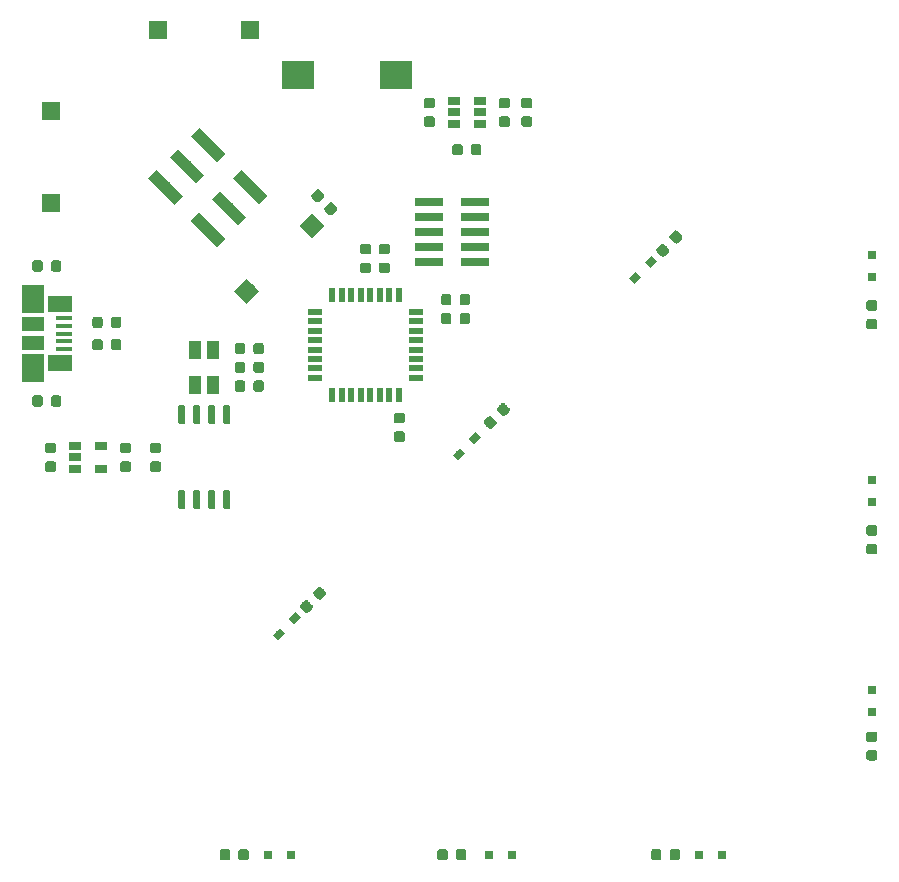
<source format=gbp>
G04 #@! TF.GenerationSoftware,KiCad,Pcbnew,(5.1.4)-1*
G04 #@! TF.CreationDate,2019-10-12T15:48:51-04:00*
G04 #@! TF.ProjectId,helvetica-sao,68656c76-6574-4696-9361-2d73616f2e6b,rev?*
G04 #@! TF.SameCoordinates,Original*
G04 #@! TF.FileFunction,Paste,Bot*
G04 #@! TF.FilePolarity,Positive*
%FSLAX46Y46*%
G04 Gerber Fmt 4.6, Leading zero omitted, Abs format (unit mm)*
G04 Created by KiCad (PCBNEW (5.1.4)-1) date 2019-10-12 15:48:51*
%MOMM*%
%LPD*%
G04 APERTURE LIST*
%ADD10R,2.710000X2.410000*%
%ADD11C,0.100000*%
%ADD12C,0.875000*%
%ADD13C,1.000000*%
%ADD14R,1.060000X0.650000*%
%ADD15C,0.600000*%
%ADD16R,0.600000X1.200000*%
%ADD17R,1.200000X0.600000*%
%ADD18R,1.500000X1.500000*%
%ADD19C,1.500000*%
%ADD20R,1.900000X1.175000*%
%ADD21R,1.900000X2.375000*%
%ADD22R,2.100000X1.475000*%
%ADD23R,1.380000X0.450000*%
%ADD24R,2.400000X0.740000*%
%ADD25R,1.100000X1.500000*%
%ADD26R,0.800000X0.650000*%
%ADD27C,0.650000*%
%ADD28R,0.650000X0.800000*%
G04 APERTURE END LIST*
D10*
X119040000Y-56515000D03*
X127340000Y-56515000D03*
D11*
G36*
X134377691Y-62391053D02*
G01*
X134398926Y-62394203D01*
X134419750Y-62399419D01*
X134439962Y-62406651D01*
X134459368Y-62415830D01*
X134477781Y-62426866D01*
X134495024Y-62439654D01*
X134510930Y-62454070D01*
X134525346Y-62469976D01*
X134538134Y-62487219D01*
X134549170Y-62505632D01*
X134558349Y-62525038D01*
X134565581Y-62545250D01*
X134570797Y-62566074D01*
X134573947Y-62587309D01*
X134575000Y-62608750D01*
X134575000Y-63121250D01*
X134573947Y-63142691D01*
X134570797Y-63163926D01*
X134565581Y-63184750D01*
X134558349Y-63204962D01*
X134549170Y-63224368D01*
X134538134Y-63242781D01*
X134525346Y-63260024D01*
X134510930Y-63275930D01*
X134495024Y-63290346D01*
X134477781Y-63303134D01*
X134459368Y-63314170D01*
X134439962Y-63323349D01*
X134419750Y-63330581D01*
X134398926Y-63335797D01*
X134377691Y-63338947D01*
X134356250Y-63340000D01*
X133918750Y-63340000D01*
X133897309Y-63338947D01*
X133876074Y-63335797D01*
X133855250Y-63330581D01*
X133835038Y-63323349D01*
X133815632Y-63314170D01*
X133797219Y-63303134D01*
X133779976Y-63290346D01*
X133764070Y-63275930D01*
X133749654Y-63260024D01*
X133736866Y-63242781D01*
X133725830Y-63224368D01*
X133716651Y-63204962D01*
X133709419Y-63184750D01*
X133704203Y-63163926D01*
X133701053Y-63142691D01*
X133700000Y-63121250D01*
X133700000Y-62608750D01*
X133701053Y-62587309D01*
X133704203Y-62566074D01*
X133709419Y-62545250D01*
X133716651Y-62525038D01*
X133725830Y-62505632D01*
X133736866Y-62487219D01*
X133749654Y-62469976D01*
X133764070Y-62454070D01*
X133779976Y-62439654D01*
X133797219Y-62426866D01*
X133815632Y-62415830D01*
X133835038Y-62406651D01*
X133855250Y-62399419D01*
X133876074Y-62394203D01*
X133897309Y-62391053D01*
X133918750Y-62390000D01*
X134356250Y-62390000D01*
X134377691Y-62391053D01*
X134377691Y-62391053D01*
G37*
D12*
X134137500Y-62865000D03*
D11*
G36*
X132802691Y-62391053D02*
G01*
X132823926Y-62394203D01*
X132844750Y-62399419D01*
X132864962Y-62406651D01*
X132884368Y-62415830D01*
X132902781Y-62426866D01*
X132920024Y-62439654D01*
X132935930Y-62454070D01*
X132950346Y-62469976D01*
X132963134Y-62487219D01*
X132974170Y-62505632D01*
X132983349Y-62525038D01*
X132990581Y-62545250D01*
X132995797Y-62566074D01*
X132998947Y-62587309D01*
X133000000Y-62608750D01*
X133000000Y-63121250D01*
X132998947Y-63142691D01*
X132995797Y-63163926D01*
X132990581Y-63184750D01*
X132983349Y-63204962D01*
X132974170Y-63224368D01*
X132963134Y-63242781D01*
X132950346Y-63260024D01*
X132935930Y-63275930D01*
X132920024Y-63290346D01*
X132902781Y-63303134D01*
X132884368Y-63314170D01*
X132864962Y-63323349D01*
X132844750Y-63330581D01*
X132823926Y-63335797D01*
X132802691Y-63338947D01*
X132781250Y-63340000D01*
X132343750Y-63340000D01*
X132322309Y-63338947D01*
X132301074Y-63335797D01*
X132280250Y-63330581D01*
X132260038Y-63323349D01*
X132240632Y-63314170D01*
X132222219Y-63303134D01*
X132204976Y-63290346D01*
X132189070Y-63275930D01*
X132174654Y-63260024D01*
X132161866Y-63242781D01*
X132150830Y-63224368D01*
X132141651Y-63204962D01*
X132134419Y-63184750D01*
X132129203Y-63163926D01*
X132126053Y-63142691D01*
X132125000Y-63121250D01*
X132125000Y-62608750D01*
X132126053Y-62587309D01*
X132129203Y-62566074D01*
X132134419Y-62545250D01*
X132141651Y-62525038D01*
X132150830Y-62505632D01*
X132161866Y-62487219D01*
X132174654Y-62469976D01*
X132189070Y-62454070D01*
X132204976Y-62439654D01*
X132222219Y-62426866D01*
X132240632Y-62415830D01*
X132260038Y-62406651D01*
X132280250Y-62399419D01*
X132301074Y-62394203D01*
X132322309Y-62391053D01*
X132343750Y-62390000D01*
X132781250Y-62390000D01*
X132802691Y-62391053D01*
X132802691Y-62391053D01*
G37*
D12*
X132562500Y-62865000D03*
D13*
X115023996Y-66029393D03*
D11*
G36*
X113556749Y-65269253D02*
G01*
X114263856Y-64562146D01*
X116491243Y-66789533D01*
X115784136Y-67496640D01*
X113556749Y-65269253D01*
X113556749Y-65269253D01*
G37*
D13*
X111453107Y-62458504D03*
D11*
G36*
X109985860Y-61698364D02*
G01*
X110692967Y-60991257D01*
X112920354Y-63218644D01*
X112213247Y-63925751D01*
X109985860Y-61698364D01*
X109985860Y-61698364D01*
G37*
D13*
X113227945Y-67825445D03*
D11*
G36*
X111760698Y-67065305D02*
G01*
X112467805Y-66358198D01*
X114695192Y-68585585D01*
X113988085Y-69292692D01*
X111760698Y-67065305D01*
X111760698Y-67065305D01*
G37*
D13*
X109657055Y-64254555D03*
D11*
G36*
X108189808Y-63494415D02*
G01*
X108896915Y-62787308D01*
X111124302Y-65014695D01*
X110417195Y-65721802D01*
X108189808Y-63494415D01*
X108189808Y-63494415D01*
G37*
D13*
X111431893Y-69621496D03*
D11*
G36*
X109964646Y-68861356D02*
G01*
X110671753Y-68154249D01*
X112899140Y-70381636D01*
X112192033Y-71088743D01*
X109964646Y-68861356D01*
X109964646Y-68861356D01*
G37*
D13*
X107861004Y-66050607D03*
D11*
G36*
X106393757Y-65290467D02*
G01*
X107100864Y-64583360D01*
X109328251Y-66810747D01*
X108621144Y-67517854D01*
X106393757Y-65290467D01*
X106393757Y-65290467D01*
G37*
D14*
X102382500Y-89850000D03*
X102382500Y-87950000D03*
X100182500Y-87950000D03*
X100182500Y-88900000D03*
X100182500Y-89850000D03*
X132250000Y-59690000D03*
X132250000Y-58740000D03*
X132250000Y-60640000D03*
X134450000Y-60640000D03*
X134450000Y-59690000D03*
X134450000Y-58740000D03*
D11*
G36*
X109384703Y-91700722D02*
G01*
X109399264Y-91702882D01*
X109413543Y-91706459D01*
X109427403Y-91711418D01*
X109440710Y-91717712D01*
X109453336Y-91725280D01*
X109465159Y-91734048D01*
X109476066Y-91743934D01*
X109485952Y-91754841D01*
X109494720Y-91766664D01*
X109502288Y-91779290D01*
X109508582Y-91792597D01*
X109513541Y-91806457D01*
X109517118Y-91820736D01*
X109519278Y-91835297D01*
X109520000Y-91850000D01*
X109520000Y-93150000D01*
X109519278Y-93164703D01*
X109517118Y-93179264D01*
X109513541Y-93193543D01*
X109508582Y-93207403D01*
X109502288Y-93220710D01*
X109494720Y-93233336D01*
X109485952Y-93245159D01*
X109476066Y-93256066D01*
X109465159Y-93265952D01*
X109453336Y-93274720D01*
X109440710Y-93282288D01*
X109427403Y-93288582D01*
X109413543Y-93293541D01*
X109399264Y-93297118D01*
X109384703Y-93299278D01*
X109370000Y-93300000D01*
X109070000Y-93300000D01*
X109055297Y-93299278D01*
X109040736Y-93297118D01*
X109026457Y-93293541D01*
X109012597Y-93288582D01*
X108999290Y-93282288D01*
X108986664Y-93274720D01*
X108974841Y-93265952D01*
X108963934Y-93256066D01*
X108954048Y-93245159D01*
X108945280Y-93233336D01*
X108937712Y-93220710D01*
X108931418Y-93207403D01*
X108926459Y-93193543D01*
X108922882Y-93179264D01*
X108920722Y-93164703D01*
X108920000Y-93150000D01*
X108920000Y-91850000D01*
X108920722Y-91835297D01*
X108922882Y-91820736D01*
X108926459Y-91806457D01*
X108931418Y-91792597D01*
X108937712Y-91779290D01*
X108945280Y-91766664D01*
X108954048Y-91754841D01*
X108963934Y-91743934D01*
X108974841Y-91734048D01*
X108986664Y-91725280D01*
X108999290Y-91717712D01*
X109012597Y-91711418D01*
X109026457Y-91706459D01*
X109040736Y-91702882D01*
X109055297Y-91700722D01*
X109070000Y-91700000D01*
X109370000Y-91700000D01*
X109384703Y-91700722D01*
X109384703Y-91700722D01*
G37*
D15*
X109220000Y-92500000D03*
D11*
G36*
X110654703Y-91700722D02*
G01*
X110669264Y-91702882D01*
X110683543Y-91706459D01*
X110697403Y-91711418D01*
X110710710Y-91717712D01*
X110723336Y-91725280D01*
X110735159Y-91734048D01*
X110746066Y-91743934D01*
X110755952Y-91754841D01*
X110764720Y-91766664D01*
X110772288Y-91779290D01*
X110778582Y-91792597D01*
X110783541Y-91806457D01*
X110787118Y-91820736D01*
X110789278Y-91835297D01*
X110790000Y-91850000D01*
X110790000Y-93150000D01*
X110789278Y-93164703D01*
X110787118Y-93179264D01*
X110783541Y-93193543D01*
X110778582Y-93207403D01*
X110772288Y-93220710D01*
X110764720Y-93233336D01*
X110755952Y-93245159D01*
X110746066Y-93256066D01*
X110735159Y-93265952D01*
X110723336Y-93274720D01*
X110710710Y-93282288D01*
X110697403Y-93288582D01*
X110683543Y-93293541D01*
X110669264Y-93297118D01*
X110654703Y-93299278D01*
X110640000Y-93300000D01*
X110340000Y-93300000D01*
X110325297Y-93299278D01*
X110310736Y-93297118D01*
X110296457Y-93293541D01*
X110282597Y-93288582D01*
X110269290Y-93282288D01*
X110256664Y-93274720D01*
X110244841Y-93265952D01*
X110233934Y-93256066D01*
X110224048Y-93245159D01*
X110215280Y-93233336D01*
X110207712Y-93220710D01*
X110201418Y-93207403D01*
X110196459Y-93193543D01*
X110192882Y-93179264D01*
X110190722Y-93164703D01*
X110190000Y-93150000D01*
X110190000Y-91850000D01*
X110190722Y-91835297D01*
X110192882Y-91820736D01*
X110196459Y-91806457D01*
X110201418Y-91792597D01*
X110207712Y-91779290D01*
X110215280Y-91766664D01*
X110224048Y-91754841D01*
X110233934Y-91743934D01*
X110244841Y-91734048D01*
X110256664Y-91725280D01*
X110269290Y-91717712D01*
X110282597Y-91711418D01*
X110296457Y-91706459D01*
X110310736Y-91702882D01*
X110325297Y-91700722D01*
X110340000Y-91700000D01*
X110640000Y-91700000D01*
X110654703Y-91700722D01*
X110654703Y-91700722D01*
G37*
D15*
X110490000Y-92500000D03*
D11*
G36*
X111924703Y-91700722D02*
G01*
X111939264Y-91702882D01*
X111953543Y-91706459D01*
X111967403Y-91711418D01*
X111980710Y-91717712D01*
X111993336Y-91725280D01*
X112005159Y-91734048D01*
X112016066Y-91743934D01*
X112025952Y-91754841D01*
X112034720Y-91766664D01*
X112042288Y-91779290D01*
X112048582Y-91792597D01*
X112053541Y-91806457D01*
X112057118Y-91820736D01*
X112059278Y-91835297D01*
X112060000Y-91850000D01*
X112060000Y-93150000D01*
X112059278Y-93164703D01*
X112057118Y-93179264D01*
X112053541Y-93193543D01*
X112048582Y-93207403D01*
X112042288Y-93220710D01*
X112034720Y-93233336D01*
X112025952Y-93245159D01*
X112016066Y-93256066D01*
X112005159Y-93265952D01*
X111993336Y-93274720D01*
X111980710Y-93282288D01*
X111967403Y-93288582D01*
X111953543Y-93293541D01*
X111939264Y-93297118D01*
X111924703Y-93299278D01*
X111910000Y-93300000D01*
X111610000Y-93300000D01*
X111595297Y-93299278D01*
X111580736Y-93297118D01*
X111566457Y-93293541D01*
X111552597Y-93288582D01*
X111539290Y-93282288D01*
X111526664Y-93274720D01*
X111514841Y-93265952D01*
X111503934Y-93256066D01*
X111494048Y-93245159D01*
X111485280Y-93233336D01*
X111477712Y-93220710D01*
X111471418Y-93207403D01*
X111466459Y-93193543D01*
X111462882Y-93179264D01*
X111460722Y-93164703D01*
X111460000Y-93150000D01*
X111460000Y-91850000D01*
X111460722Y-91835297D01*
X111462882Y-91820736D01*
X111466459Y-91806457D01*
X111471418Y-91792597D01*
X111477712Y-91779290D01*
X111485280Y-91766664D01*
X111494048Y-91754841D01*
X111503934Y-91743934D01*
X111514841Y-91734048D01*
X111526664Y-91725280D01*
X111539290Y-91717712D01*
X111552597Y-91711418D01*
X111566457Y-91706459D01*
X111580736Y-91702882D01*
X111595297Y-91700722D01*
X111610000Y-91700000D01*
X111910000Y-91700000D01*
X111924703Y-91700722D01*
X111924703Y-91700722D01*
G37*
D15*
X111760000Y-92500000D03*
D11*
G36*
X113194703Y-91700722D02*
G01*
X113209264Y-91702882D01*
X113223543Y-91706459D01*
X113237403Y-91711418D01*
X113250710Y-91717712D01*
X113263336Y-91725280D01*
X113275159Y-91734048D01*
X113286066Y-91743934D01*
X113295952Y-91754841D01*
X113304720Y-91766664D01*
X113312288Y-91779290D01*
X113318582Y-91792597D01*
X113323541Y-91806457D01*
X113327118Y-91820736D01*
X113329278Y-91835297D01*
X113330000Y-91850000D01*
X113330000Y-93150000D01*
X113329278Y-93164703D01*
X113327118Y-93179264D01*
X113323541Y-93193543D01*
X113318582Y-93207403D01*
X113312288Y-93220710D01*
X113304720Y-93233336D01*
X113295952Y-93245159D01*
X113286066Y-93256066D01*
X113275159Y-93265952D01*
X113263336Y-93274720D01*
X113250710Y-93282288D01*
X113237403Y-93288582D01*
X113223543Y-93293541D01*
X113209264Y-93297118D01*
X113194703Y-93299278D01*
X113180000Y-93300000D01*
X112880000Y-93300000D01*
X112865297Y-93299278D01*
X112850736Y-93297118D01*
X112836457Y-93293541D01*
X112822597Y-93288582D01*
X112809290Y-93282288D01*
X112796664Y-93274720D01*
X112784841Y-93265952D01*
X112773934Y-93256066D01*
X112764048Y-93245159D01*
X112755280Y-93233336D01*
X112747712Y-93220710D01*
X112741418Y-93207403D01*
X112736459Y-93193543D01*
X112732882Y-93179264D01*
X112730722Y-93164703D01*
X112730000Y-93150000D01*
X112730000Y-91850000D01*
X112730722Y-91835297D01*
X112732882Y-91820736D01*
X112736459Y-91806457D01*
X112741418Y-91792597D01*
X112747712Y-91779290D01*
X112755280Y-91766664D01*
X112764048Y-91754841D01*
X112773934Y-91743934D01*
X112784841Y-91734048D01*
X112796664Y-91725280D01*
X112809290Y-91717712D01*
X112822597Y-91711418D01*
X112836457Y-91706459D01*
X112850736Y-91702882D01*
X112865297Y-91700722D01*
X112880000Y-91700000D01*
X113180000Y-91700000D01*
X113194703Y-91700722D01*
X113194703Y-91700722D01*
G37*
D15*
X113030000Y-92500000D03*
D11*
G36*
X113194703Y-84500722D02*
G01*
X113209264Y-84502882D01*
X113223543Y-84506459D01*
X113237403Y-84511418D01*
X113250710Y-84517712D01*
X113263336Y-84525280D01*
X113275159Y-84534048D01*
X113286066Y-84543934D01*
X113295952Y-84554841D01*
X113304720Y-84566664D01*
X113312288Y-84579290D01*
X113318582Y-84592597D01*
X113323541Y-84606457D01*
X113327118Y-84620736D01*
X113329278Y-84635297D01*
X113330000Y-84650000D01*
X113330000Y-85950000D01*
X113329278Y-85964703D01*
X113327118Y-85979264D01*
X113323541Y-85993543D01*
X113318582Y-86007403D01*
X113312288Y-86020710D01*
X113304720Y-86033336D01*
X113295952Y-86045159D01*
X113286066Y-86056066D01*
X113275159Y-86065952D01*
X113263336Y-86074720D01*
X113250710Y-86082288D01*
X113237403Y-86088582D01*
X113223543Y-86093541D01*
X113209264Y-86097118D01*
X113194703Y-86099278D01*
X113180000Y-86100000D01*
X112880000Y-86100000D01*
X112865297Y-86099278D01*
X112850736Y-86097118D01*
X112836457Y-86093541D01*
X112822597Y-86088582D01*
X112809290Y-86082288D01*
X112796664Y-86074720D01*
X112784841Y-86065952D01*
X112773934Y-86056066D01*
X112764048Y-86045159D01*
X112755280Y-86033336D01*
X112747712Y-86020710D01*
X112741418Y-86007403D01*
X112736459Y-85993543D01*
X112732882Y-85979264D01*
X112730722Y-85964703D01*
X112730000Y-85950000D01*
X112730000Y-84650000D01*
X112730722Y-84635297D01*
X112732882Y-84620736D01*
X112736459Y-84606457D01*
X112741418Y-84592597D01*
X112747712Y-84579290D01*
X112755280Y-84566664D01*
X112764048Y-84554841D01*
X112773934Y-84543934D01*
X112784841Y-84534048D01*
X112796664Y-84525280D01*
X112809290Y-84517712D01*
X112822597Y-84511418D01*
X112836457Y-84506459D01*
X112850736Y-84502882D01*
X112865297Y-84500722D01*
X112880000Y-84500000D01*
X113180000Y-84500000D01*
X113194703Y-84500722D01*
X113194703Y-84500722D01*
G37*
D15*
X113030000Y-85300000D03*
D11*
G36*
X111924703Y-84500722D02*
G01*
X111939264Y-84502882D01*
X111953543Y-84506459D01*
X111967403Y-84511418D01*
X111980710Y-84517712D01*
X111993336Y-84525280D01*
X112005159Y-84534048D01*
X112016066Y-84543934D01*
X112025952Y-84554841D01*
X112034720Y-84566664D01*
X112042288Y-84579290D01*
X112048582Y-84592597D01*
X112053541Y-84606457D01*
X112057118Y-84620736D01*
X112059278Y-84635297D01*
X112060000Y-84650000D01*
X112060000Y-85950000D01*
X112059278Y-85964703D01*
X112057118Y-85979264D01*
X112053541Y-85993543D01*
X112048582Y-86007403D01*
X112042288Y-86020710D01*
X112034720Y-86033336D01*
X112025952Y-86045159D01*
X112016066Y-86056066D01*
X112005159Y-86065952D01*
X111993336Y-86074720D01*
X111980710Y-86082288D01*
X111967403Y-86088582D01*
X111953543Y-86093541D01*
X111939264Y-86097118D01*
X111924703Y-86099278D01*
X111910000Y-86100000D01*
X111610000Y-86100000D01*
X111595297Y-86099278D01*
X111580736Y-86097118D01*
X111566457Y-86093541D01*
X111552597Y-86088582D01*
X111539290Y-86082288D01*
X111526664Y-86074720D01*
X111514841Y-86065952D01*
X111503934Y-86056066D01*
X111494048Y-86045159D01*
X111485280Y-86033336D01*
X111477712Y-86020710D01*
X111471418Y-86007403D01*
X111466459Y-85993543D01*
X111462882Y-85979264D01*
X111460722Y-85964703D01*
X111460000Y-85950000D01*
X111460000Y-84650000D01*
X111460722Y-84635297D01*
X111462882Y-84620736D01*
X111466459Y-84606457D01*
X111471418Y-84592597D01*
X111477712Y-84579290D01*
X111485280Y-84566664D01*
X111494048Y-84554841D01*
X111503934Y-84543934D01*
X111514841Y-84534048D01*
X111526664Y-84525280D01*
X111539290Y-84517712D01*
X111552597Y-84511418D01*
X111566457Y-84506459D01*
X111580736Y-84502882D01*
X111595297Y-84500722D01*
X111610000Y-84500000D01*
X111910000Y-84500000D01*
X111924703Y-84500722D01*
X111924703Y-84500722D01*
G37*
D15*
X111760000Y-85300000D03*
D11*
G36*
X110654703Y-84500722D02*
G01*
X110669264Y-84502882D01*
X110683543Y-84506459D01*
X110697403Y-84511418D01*
X110710710Y-84517712D01*
X110723336Y-84525280D01*
X110735159Y-84534048D01*
X110746066Y-84543934D01*
X110755952Y-84554841D01*
X110764720Y-84566664D01*
X110772288Y-84579290D01*
X110778582Y-84592597D01*
X110783541Y-84606457D01*
X110787118Y-84620736D01*
X110789278Y-84635297D01*
X110790000Y-84650000D01*
X110790000Y-85950000D01*
X110789278Y-85964703D01*
X110787118Y-85979264D01*
X110783541Y-85993543D01*
X110778582Y-86007403D01*
X110772288Y-86020710D01*
X110764720Y-86033336D01*
X110755952Y-86045159D01*
X110746066Y-86056066D01*
X110735159Y-86065952D01*
X110723336Y-86074720D01*
X110710710Y-86082288D01*
X110697403Y-86088582D01*
X110683543Y-86093541D01*
X110669264Y-86097118D01*
X110654703Y-86099278D01*
X110640000Y-86100000D01*
X110340000Y-86100000D01*
X110325297Y-86099278D01*
X110310736Y-86097118D01*
X110296457Y-86093541D01*
X110282597Y-86088582D01*
X110269290Y-86082288D01*
X110256664Y-86074720D01*
X110244841Y-86065952D01*
X110233934Y-86056066D01*
X110224048Y-86045159D01*
X110215280Y-86033336D01*
X110207712Y-86020710D01*
X110201418Y-86007403D01*
X110196459Y-85993543D01*
X110192882Y-85979264D01*
X110190722Y-85964703D01*
X110190000Y-85950000D01*
X110190000Y-84650000D01*
X110190722Y-84635297D01*
X110192882Y-84620736D01*
X110196459Y-84606457D01*
X110201418Y-84592597D01*
X110207712Y-84579290D01*
X110215280Y-84566664D01*
X110224048Y-84554841D01*
X110233934Y-84543934D01*
X110244841Y-84534048D01*
X110256664Y-84525280D01*
X110269290Y-84517712D01*
X110282597Y-84511418D01*
X110296457Y-84506459D01*
X110310736Y-84502882D01*
X110325297Y-84500722D01*
X110340000Y-84500000D01*
X110640000Y-84500000D01*
X110654703Y-84500722D01*
X110654703Y-84500722D01*
G37*
D15*
X110490000Y-85300000D03*
D11*
G36*
X109384703Y-84500722D02*
G01*
X109399264Y-84502882D01*
X109413543Y-84506459D01*
X109427403Y-84511418D01*
X109440710Y-84517712D01*
X109453336Y-84525280D01*
X109465159Y-84534048D01*
X109476066Y-84543934D01*
X109485952Y-84554841D01*
X109494720Y-84566664D01*
X109502288Y-84579290D01*
X109508582Y-84592597D01*
X109513541Y-84606457D01*
X109517118Y-84620736D01*
X109519278Y-84635297D01*
X109520000Y-84650000D01*
X109520000Y-85950000D01*
X109519278Y-85964703D01*
X109517118Y-85979264D01*
X109513541Y-85993543D01*
X109508582Y-86007403D01*
X109502288Y-86020710D01*
X109494720Y-86033336D01*
X109485952Y-86045159D01*
X109476066Y-86056066D01*
X109465159Y-86065952D01*
X109453336Y-86074720D01*
X109440710Y-86082288D01*
X109427403Y-86088582D01*
X109413543Y-86093541D01*
X109399264Y-86097118D01*
X109384703Y-86099278D01*
X109370000Y-86100000D01*
X109070000Y-86100000D01*
X109055297Y-86099278D01*
X109040736Y-86097118D01*
X109026457Y-86093541D01*
X109012597Y-86088582D01*
X108999290Y-86082288D01*
X108986664Y-86074720D01*
X108974841Y-86065952D01*
X108963934Y-86056066D01*
X108954048Y-86045159D01*
X108945280Y-86033336D01*
X108937712Y-86020710D01*
X108931418Y-86007403D01*
X108926459Y-85993543D01*
X108922882Y-85979264D01*
X108920722Y-85964703D01*
X108920000Y-85950000D01*
X108920000Y-84650000D01*
X108920722Y-84635297D01*
X108922882Y-84620736D01*
X108926459Y-84606457D01*
X108931418Y-84592597D01*
X108937712Y-84579290D01*
X108945280Y-84566664D01*
X108954048Y-84554841D01*
X108963934Y-84543934D01*
X108974841Y-84534048D01*
X108986664Y-84525280D01*
X108999290Y-84517712D01*
X109012597Y-84511418D01*
X109026457Y-84506459D01*
X109040736Y-84502882D01*
X109055297Y-84500722D01*
X109070000Y-84500000D01*
X109370000Y-84500000D01*
X109384703Y-84500722D01*
X109384703Y-84500722D01*
G37*
D15*
X109220000Y-85300000D03*
D16*
X127577500Y-75125000D03*
X126777500Y-75125000D03*
X125977500Y-75125000D03*
X125177500Y-75125000D03*
X124377500Y-75125000D03*
X123577500Y-75125000D03*
X122777500Y-75125000D03*
X121977500Y-75125000D03*
D17*
X120527500Y-76575000D03*
X120527500Y-77375000D03*
X120527500Y-78175000D03*
X120527500Y-78975000D03*
X120527500Y-79775000D03*
X120527500Y-80575000D03*
X120527500Y-81375000D03*
X120527500Y-82175000D03*
D16*
X121977500Y-83625000D03*
X122777500Y-83625000D03*
X123577500Y-83625000D03*
X124377500Y-83625000D03*
X125177500Y-83625000D03*
X125977500Y-83625000D03*
X126777500Y-83625000D03*
X127577500Y-83625000D03*
D17*
X129027500Y-82175000D03*
X129027500Y-81375000D03*
X129027500Y-80575000D03*
X129027500Y-79775000D03*
X129027500Y-78975000D03*
X129027500Y-78175000D03*
X129027500Y-77375000D03*
X129027500Y-76575000D03*
D18*
X98107500Y-59600000D03*
X98107500Y-67400000D03*
X107225000Y-52705000D03*
X115025000Y-52705000D03*
D19*
X120232716Y-69314784D03*
D11*
G36*
X120232716Y-70375444D02*
G01*
X119172056Y-69314784D01*
X120232716Y-68254124D01*
X121293376Y-69314784D01*
X120232716Y-70375444D01*
X120232716Y-70375444D01*
G37*
D19*
X114717284Y-74830216D03*
D11*
G36*
X114717284Y-75890876D02*
G01*
X113656624Y-74830216D01*
X114717284Y-73769556D01*
X115777944Y-74830216D01*
X114717284Y-75890876D01*
X114717284Y-75890876D01*
G37*
G36*
X130452691Y-58466053D02*
G01*
X130473926Y-58469203D01*
X130494750Y-58474419D01*
X130514962Y-58481651D01*
X130534368Y-58490830D01*
X130552781Y-58501866D01*
X130570024Y-58514654D01*
X130585930Y-58529070D01*
X130600346Y-58544976D01*
X130613134Y-58562219D01*
X130624170Y-58580632D01*
X130633349Y-58600038D01*
X130640581Y-58620250D01*
X130645797Y-58641074D01*
X130648947Y-58662309D01*
X130650000Y-58683750D01*
X130650000Y-59121250D01*
X130648947Y-59142691D01*
X130645797Y-59163926D01*
X130640581Y-59184750D01*
X130633349Y-59204962D01*
X130624170Y-59224368D01*
X130613134Y-59242781D01*
X130600346Y-59260024D01*
X130585930Y-59275930D01*
X130570024Y-59290346D01*
X130552781Y-59303134D01*
X130534368Y-59314170D01*
X130514962Y-59323349D01*
X130494750Y-59330581D01*
X130473926Y-59335797D01*
X130452691Y-59338947D01*
X130431250Y-59340000D01*
X129918750Y-59340000D01*
X129897309Y-59338947D01*
X129876074Y-59335797D01*
X129855250Y-59330581D01*
X129835038Y-59323349D01*
X129815632Y-59314170D01*
X129797219Y-59303134D01*
X129779976Y-59290346D01*
X129764070Y-59275930D01*
X129749654Y-59260024D01*
X129736866Y-59242781D01*
X129725830Y-59224368D01*
X129716651Y-59204962D01*
X129709419Y-59184750D01*
X129704203Y-59163926D01*
X129701053Y-59142691D01*
X129700000Y-59121250D01*
X129700000Y-58683750D01*
X129701053Y-58662309D01*
X129704203Y-58641074D01*
X129709419Y-58620250D01*
X129716651Y-58600038D01*
X129725830Y-58580632D01*
X129736866Y-58562219D01*
X129749654Y-58544976D01*
X129764070Y-58529070D01*
X129779976Y-58514654D01*
X129797219Y-58501866D01*
X129815632Y-58490830D01*
X129835038Y-58481651D01*
X129855250Y-58474419D01*
X129876074Y-58469203D01*
X129897309Y-58466053D01*
X129918750Y-58465000D01*
X130431250Y-58465000D01*
X130452691Y-58466053D01*
X130452691Y-58466053D01*
G37*
D12*
X130175000Y-58902500D03*
D11*
G36*
X130452691Y-60041053D02*
G01*
X130473926Y-60044203D01*
X130494750Y-60049419D01*
X130514962Y-60056651D01*
X130534368Y-60065830D01*
X130552781Y-60076866D01*
X130570024Y-60089654D01*
X130585930Y-60104070D01*
X130600346Y-60119976D01*
X130613134Y-60137219D01*
X130624170Y-60155632D01*
X130633349Y-60175038D01*
X130640581Y-60195250D01*
X130645797Y-60216074D01*
X130648947Y-60237309D01*
X130650000Y-60258750D01*
X130650000Y-60696250D01*
X130648947Y-60717691D01*
X130645797Y-60738926D01*
X130640581Y-60759750D01*
X130633349Y-60779962D01*
X130624170Y-60799368D01*
X130613134Y-60817781D01*
X130600346Y-60835024D01*
X130585930Y-60850930D01*
X130570024Y-60865346D01*
X130552781Y-60878134D01*
X130534368Y-60889170D01*
X130514962Y-60898349D01*
X130494750Y-60905581D01*
X130473926Y-60910797D01*
X130452691Y-60913947D01*
X130431250Y-60915000D01*
X129918750Y-60915000D01*
X129897309Y-60913947D01*
X129876074Y-60910797D01*
X129855250Y-60905581D01*
X129835038Y-60898349D01*
X129815632Y-60889170D01*
X129797219Y-60878134D01*
X129779976Y-60865346D01*
X129764070Y-60850930D01*
X129749654Y-60835024D01*
X129736866Y-60817781D01*
X129725830Y-60799368D01*
X129716651Y-60779962D01*
X129709419Y-60759750D01*
X129704203Y-60738926D01*
X129701053Y-60717691D01*
X129700000Y-60696250D01*
X129700000Y-60258750D01*
X129701053Y-60237309D01*
X129704203Y-60216074D01*
X129709419Y-60195250D01*
X129716651Y-60175038D01*
X129725830Y-60155632D01*
X129736866Y-60137219D01*
X129749654Y-60119976D01*
X129764070Y-60104070D01*
X129779976Y-60089654D01*
X129797219Y-60076866D01*
X129815632Y-60065830D01*
X129835038Y-60056651D01*
X129855250Y-60049419D01*
X129876074Y-60044203D01*
X129897309Y-60041053D01*
X129918750Y-60040000D01*
X130431250Y-60040000D01*
X130452691Y-60041053D01*
X130452691Y-60041053D01*
G37*
D12*
X130175000Y-60477500D03*
D11*
G36*
X136802691Y-60041053D02*
G01*
X136823926Y-60044203D01*
X136844750Y-60049419D01*
X136864962Y-60056651D01*
X136884368Y-60065830D01*
X136902781Y-60076866D01*
X136920024Y-60089654D01*
X136935930Y-60104070D01*
X136950346Y-60119976D01*
X136963134Y-60137219D01*
X136974170Y-60155632D01*
X136983349Y-60175038D01*
X136990581Y-60195250D01*
X136995797Y-60216074D01*
X136998947Y-60237309D01*
X137000000Y-60258750D01*
X137000000Y-60696250D01*
X136998947Y-60717691D01*
X136995797Y-60738926D01*
X136990581Y-60759750D01*
X136983349Y-60779962D01*
X136974170Y-60799368D01*
X136963134Y-60817781D01*
X136950346Y-60835024D01*
X136935930Y-60850930D01*
X136920024Y-60865346D01*
X136902781Y-60878134D01*
X136884368Y-60889170D01*
X136864962Y-60898349D01*
X136844750Y-60905581D01*
X136823926Y-60910797D01*
X136802691Y-60913947D01*
X136781250Y-60915000D01*
X136268750Y-60915000D01*
X136247309Y-60913947D01*
X136226074Y-60910797D01*
X136205250Y-60905581D01*
X136185038Y-60898349D01*
X136165632Y-60889170D01*
X136147219Y-60878134D01*
X136129976Y-60865346D01*
X136114070Y-60850930D01*
X136099654Y-60835024D01*
X136086866Y-60817781D01*
X136075830Y-60799368D01*
X136066651Y-60779962D01*
X136059419Y-60759750D01*
X136054203Y-60738926D01*
X136051053Y-60717691D01*
X136050000Y-60696250D01*
X136050000Y-60258750D01*
X136051053Y-60237309D01*
X136054203Y-60216074D01*
X136059419Y-60195250D01*
X136066651Y-60175038D01*
X136075830Y-60155632D01*
X136086866Y-60137219D01*
X136099654Y-60119976D01*
X136114070Y-60104070D01*
X136129976Y-60089654D01*
X136147219Y-60076866D01*
X136165632Y-60065830D01*
X136185038Y-60056651D01*
X136205250Y-60049419D01*
X136226074Y-60044203D01*
X136247309Y-60041053D01*
X136268750Y-60040000D01*
X136781250Y-60040000D01*
X136802691Y-60041053D01*
X136802691Y-60041053D01*
G37*
D12*
X136525000Y-60477500D03*
D11*
G36*
X136802691Y-58466053D02*
G01*
X136823926Y-58469203D01*
X136844750Y-58474419D01*
X136864962Y-58481651D01*
X136884368Y-58490830D01*
X136902781Y-58501866D01*
X136920024Y-58514654D01*
X136935930Y-58529070D01*
X136950346Y-58544976D01*
X136963134Y-58562219D01*
X136974170Y-58580632D01*
X136983349Y-58600038D01*
X136990581Y-58620250D01*
X136995797Y-58641074D01*
X136998947Y-58662309D01*
X137000000Y-58683750D01*
X137000000Y-59121250D01*
X136998947Y-59142691D01*
X136995797Y-59163926D01*
X136990581Y-59184750D01*
X136983349Y-59204962D01*
X136974170Y-59224368D01*
X136963134Y-59242781D01*
X136950346Y-59260024D01*
X136935930Y-59275930D01*
X136920024Y-59290346D01*
X136902781Y-59303134D01*
X136884368Y-59314170D01*
X136864962Y-59323349D01*
X136844750Y-59330581D01*
X136823926Y-59335797D01*
X136802691Y-59338947D01*
X136781250Y-59340000D01*
X136268750Y-59340000D01*
X136247309Y-59338947D01*
X136226074Y-59335797D01*
X136205250Y-59330581D01*
X136185038Y-59323349D01*
X136165632Y-59314170D01*
X136147219Y-59303134D01*
X136129976Y-59290346D01*
X136114070Y-59275930D01*
X136099654Y-59260024D01*
X136086866Y-59242781D01*
X136075830Y-59224368D01*
X136066651Y-59204962D01*
X136059419Y-59184750D01*
X136054203Y-59163926D01*
X136051053Y-59142691D01*
X136050000Y-59121250D01*
X136050000Y-58683750D01*
X136051053Y-58662309D01*
X136054203Y-58641074D01*
X136059419Y-58620250D01*
X136066651Y-58600038D01*
X136075830Y-58580632D01*
X136086866Y-58562219D01*
X136099654Y-58544976D01*
X136114070Y-58529070D01*
X136129976Y-58514654D01*
X136147219Y-58501866D01*
X136165632Y-58490830D01*
X136185038Y-58481651D01*
X136205250Y-58474419D01*
X136226074Y-58469203D01*
X136247309Y-58466053D01*
X136268750Y-58465000D01*
X136781250Y-58465000D01*
X136802691Y-58466053D01*
X136802691Y-58466053D01*
G37*
D12*
X136525000Y-58902500D03*
D11*
G36*
X115962691Y-80806053D02*
G01*
X115983926Y-80809203D01*
X116004750Y-80814419D01*
X116024962Y-80821651D01*
X116044368Y-80830830D01*
X116062781Y-80841866D01*
X116080024Y-80854654D01*
X116095930Y-80869070D01*
X116110346Y-80884976D01*
X116123134Y-80902219D01*
X116134170Y-80920632D01*
X116143349Y-80940038D01*
X116150581Y-80960250D01*
X116155797Y-80981074D01*
X116158947Y-81002309D01*
X116160000Y-81023750D01*
X116160000Y-81536250D01*
X116158947Y-81557691D01*
X116155797Y-81578926D01*
X116150581Y-81599750D01*
X116143349Y-81619962D01*
X116134170Y-81639368D01*
X116123134Y-81657781D01*
X116110346Y-81675024D01*
X116095930Y-81690930D01*
X116080024Y-81705346D01*
X116062781Y-81718134D01*
X116044368Y-81729170D01*
X116024962Y-81738349D01*
X116004750Y-81745581D01*
X115983926Y-81750797D01*
X115962691Y-81753947D01*
X115941250Y-81755000D01*
X115503750Y-81755000D01*
X115482309Y-81753947D01*
X115461074Y-81750797D01*
X115440250Y-81745581D01*
X115420038Y-81738349D01*
X115400632Y-81729170D01*
X115382219Y-81718134D01*
X115364976Y-81705346D01*
X115349070Y-81690930D01*
X115334654Y-81675024D01*
X115321866Y-81657781D01*
X115310830Y-81639368D01*
X115301651Y-81619962D01*
X115294419Y-81599750D01*
X115289203Y-81578926D01*
X115286053Y-81557691D01*
X115285000Y-81536250D01*
X115285000Y-81023750D01*
X115286053Y-81002309D01*
X115289203Y-80981074D01*
X115294419Y-80960250D01*
X115301651Y-80940038D01*
X115310830Y-80920632D01*
X115321866Y-80902219D01*
X115334654Y-80884976D01*
X115349070Y-80869070D01*
X115364976Y-80854654D01*
X115382219Y-80841866D01*
X115400632Y-80830830D01*
X115420038Y-80821651D01*
X115440250Y-80814419D01*
X115461074Y-80809203D01*
X115482309Y-80806053D01*
X115503750Y-80805000D01*
X115941250Y-80805000D01*
X115962691Y-80806053D01*
X115962691Y-80806053D01*
G37*
D12*
X115722500Y-81280000D03*
D11*
G36*
X114387691Y-80806053D02*
G01*
X114408926Y-80809203D01*
X114429750Y-80814419D01*
X114449962Y-80821651D01*
X114469368Y-80830830D01*
X114487781Y-80841866D01*
X114505024Y-80854654D01*
X114520930Y-80869070D01*
X114535346Y-80884976D01*
X114548134Y-80902219D01*
X114559170Y-80920632D01*
X114568349Y-80940038D01*
X114575581Y-80960250D01*
X114580797Y-80981074D01*
X114583947Y-81002309D01*
X114585000Y-81023750D01*
X114585000Y-81536250D01*
X114583947Y-81557691D01*
X114580797Y-81578926D01*
X114575581Y-81599750D01*
X114568349Y-81619962D01*
X114559170Y-81639368D01*
X114548134Y-81657781D01*
X114535346Y-81675024D01*
X114520930Y-81690930D01*
X114505024Y-81705346D01*
X114487781Y-81718134D01*
X114469368Y-81729170D01*
X114449962Y-81738349D01*
X114429750Y-81745581D01*
X114408926Y-81750797D01*
X114387691Y-81753947D01*
X114366250Y-81755000D01*
X113928750Y-81755000D01*
X113907309Y-81753947D01*
X113886074Y-81750797D01*
X113865250Y-81745581D01*
X113845038Y-81738349D01*
X113825632Y-81729170D01*
X113807219Y-81718134D01*
X113789976Y-81705346D01*
X113774070Y-81690930D01*
X113759654Y-81675024D01*
X113746866Y-81657781D01*
X113735830Y-81639368D01*
X113726651Y-81619962D01*
X113719419Y-81599750D01*
X113714203Y-81578926D01*
X113711053Y-81557691D01*
X113710000Y-81536250D01*
X113710000Y-81023750D01*
X113711053Y-81002309D01*
X113714203Y-80981074D01*
X113719419Y-80960250D01*
X113726651Y-80940038D01*
X113735830Y-80920632D01*
X113746866Y-80902219D01*
X113759654Y-80884976D01*
X113774070Y-80869070D01*
X113789976Y-80854654D01*
X113807219Y-80841866D01*
X113825632Y-80830830D01*
X113845038Y-80821651D01*
X113865250Y-80814419D01*
X113886074Y-80809203D01*
X113907309Y-80806053D01*
X113928750Y-80805000D01*
X114366250Y-80805000D01*
X114387691Y-80806053D01*
X114387691Y-80806053D01*
G37*
D12*
X114147500Y-81280000D03*
D11*
G36*
X115962691Y-82393553D02*
G01*
X115983926Y-82396703D01*
X116004750Y-82401919D01*
X116024962Y-82409151D01*
X116044368Y-82418330D01*
X116062781Y-82429366D01*
X116080024Y-82442154D01*
X116095930Y-82456570D01*
X116110346Y-82472476D01*
X116123134Y-82489719D01*
X116134170Y-82508132D01*
X116143349Y-82527538D01*
X116150581Y-82547750D01*
X116155797Y-82568574D01*
X116158947Y-82589809D01*
X116160000Y-82611250D01*
X116160000Y-83123750D01*
X116158947Y-83145191D01*
X116155797Y-83166426D01*
X116150581Y-83187250D01*
X116143349Y-83207462D01*
X116134170Y-83226868D01*
X116123134Y-83245281D01*
X116110346Y-83262524D01*
X116095930Y-83278430D01*
X116080024Y-83292846D01*
X116062781Y-83305634D01*
X116044368Y-83316670D01*
X116024962Y-83325849D01*
X116004750Y-83333081D01*
X115983926Y-83338297D01*
X115962691Y-83341447D01*
X115941250Y-83342500D01*
X115503750Y-83342500D01*
X115482309Y-83341447D01*
X115461074Y-83338297D01*
X115440250Y-83333081D01*
X115420038Y-83325849D01*
X115400632Y-83316670D01*
X115382219Y-83305634D01*
X115364976Y-83292846D01*
X115349070Y-83278430D01*
X115334654Y-83262524D01*
X115321866Y-83245281D01*
X115310830Y-83226868D01*
X115301651Y-83207462D01*
X115294419Y-83187250D01*
X115289203Y-83166426D01*
X115286053Y-83145191D01*
X115285000Y-83123750D01*
X115285000Y-82611250D01*
X115286053Y-82589809D01*
X115289203Y-82568574D01*
X115294419Y-82547750D01*
X115301651Y-82527538D01*
X115310830Y-82508132D01*
X115321866Y-82489719D01*
X115334654Y-82472476D01*
X115349070Y-82456570D01*
X115364976Y-82442154D01*
X115382219Y-82429366D01*
X115400632Y-82418330D01*
X115420038Y-82409151D01*
X115440250Y-82401919D01*
X115461074Y-82396703D01*
X115482309Y-82393553D01*
X115503750Y-82392500D01*
X115941250Y-82392500D01*
X115962691Y-82393553D01*
X115962691Y-82393553D01*
G37*
D12*
X115722500Y-82867500D03*
D11*
G36*
X114387691Y-82393553D02*
G01*
X114408926Y-82396703D01*
X114429750Y-82401919D01*
X114449962Y-82409151D01*
X114469368Y-82418330D01*
X114487781Y-82429366D01*
X114505024Y-82442154D01*
X114520930Y-82456570D01*
X114535346Y-82472476D01*
X114548134Y-82489719D01*
X114559170Y-82508132D01*
X114568349Y-82527538D01*
X114575581Y-82547750D01*
X114580797Y-82568574D01*
X114583947Y-82589809D01*
X114585000Y-82611250D01*
X114585000Y-83123750D01*
X114583947Y-83145191D01*
X114580797Y-83166426D01*
X114575581Y-83187250D01*
X114568349Y-83207462D01*
X114559170Y-83226868D01*
X114548134Y-83245281D01*
X114535346Y-83262524D01*
X114520930Y-83278430D01*
X114505024Y-83292846D01*
X114487781Y-83305634D01*
X114469368Y-83316670D01*
X114449962Y-83325849D01*
X114429750Y-83333081D01*
X114408926Y-83338297D01*
X114387691Y-83341447D01*
X114366250Y-83342500D01*
X113928750Y-83342500D01*
X113907309Y-83341447D01*
X113886074Y-83338297D01*
X113865250Y-83333081D01*
X113845038Y-83325849D01*
X113825632Y-83316670D01*
X113807219Y-83305634D01*
X113789976Y-83292846D01*
X113774070Y-83278430D01*
X113759654Y-83262524D01*
X113746866Y-83245281D01*
X113735830Y-83226868D01*
X113726651Y-83207462D01*
X113719419Y-83187250D01*
X113714203Y-83166426D01*
X113711053Y-83145191D01*
X113710000Y-83123750D01*
X113710000Y-82611250D01*
X113711053Y-82589809D01*
X113714203Y-82568574D01*
X113719419Y-82547750D01*
X113726651Y-82527538D01*
X113735830Y-82508132D01*
X113746866Y-82489719D01*
X113759654Y-82472476D01*
X113774070Y-82456570D01*
X113789976Y-82442154D01*
X113807219Y-82429366D01*
X113825632Y-82418330D01*
X113845038Y-82409151D01*
X113865250Y-82401919D01*
X113886074Y-82396703D01*
X113907309Y-82393553D01*
X113928750Y-82392500D01*
X114366250Y-82392500D01*
X114387691Y-82393553D01*
X114387691Y-82393553D01*
G37*
D12*
X114147500Y-82867500D03*
D11*
G36*
X115962691Y-79218553D02*
G01*
X115983926Y-79221703D01*
X116004750Y-79226919D01*
X116024962Y-79234151D01*
X116044368Y-79243330D01*
X116062781Y-79254366D01*
X116080024Y-79267154D01*
X116095930Y-79281570D01*
X116110346Y-79297476D01*
X116123134Y-79314719D01*
X116134170Y-79333132D01*
X116143349Y-79352538D01*
X116150581Y-79372750D01*
X116155797Y-79393574D01*
X116158947Y-79414809D01*
X116160000Y-79436250D01*
X116160000Y-79948750D01*
X116158947Y-79970191D01*
X116155797Y-79991426D01*
X116150581Y-80012250D01*
X116143349Y-80032462D01*
X116134170Y-80051868D01*
X116123134Y-80070281D01*
X116110346Y-80087524D01*
X116095930Y-80103430D01*
X116080024Y-80117846D01*
X116062781Y-80130634D01*
X116044368Y-80141670D01*
X116024962Y-80150849D01*
X116004750Y-80158081D01*
X115983926Y-80163297D01*
X115962691Y-80166447D01*
X115941250Y-80167500D01*
X115503750Y-80167500D01*
X115482309Y-80166447D01*
X115461074Y-80163297D01*
X115440250Y-80158081D01*
X115420038Y-80150849D01*
X115400632Y-80141670D01*
X115382219Y-80130634D01*
X115364976Y-80117846D01*
X115349070Y-80103430D01*
X115334654Y-80087524D01*
X115321866Y-80070281D01*
X115310830Y-80051868D01*
X115301651Y-80032462D01*
X115294419Y-80012250D01*
X115289203Y-79991426D01*
X115286053Y-79970191D01*
X115285000Y-79948750D01*
X115285000Y-79436250D01*
X115286053Y-79414809D01*
X115289203Y-79393574D01*
X115294419Y-79372750D01*
X115301651Y-79352538D01*
X115310830Y-79333132D01*
X115321866Y-79314719D01*
X115334654Y-79297476D01*
X115349070Y-79281570D01*
X115364976Y-79267154D01*
X115382219Y-79254366D01*
X115400632Y-79243330D01*
X115420038Y-79234151D01*
X115440250Y-79226919D01*
X115461074Y-79221703D01*
X115482309Y-79218553D01*
X115503750Y-79217500D01*
X115941250Y-79217500D01*
X115962691Y-79218553D01*
X115962691Y-79218553D01*
G37*
D12*
X115722500Y-79692500D03*
D11*
G36*
X114387691Y-79218553D02*
G01*
X114408926Y-79221703D01*
X114429750Y-79226919D01*
X114449962Y-79234151D01*
X114469368Y-79243330D01*
X114487781Y-79254366D01*
X114505024Y-79267154D01*
X114520930Y-79281570D01*
X114535346Y-79297476D01*
X114548134Y-79314719D01*
X114559170Y-79333132D01*
X114568349Y-79352538D01*
X114575581Y-79372750D01*
X114580797Y-79393574D01*
X114583947Y-79414809D01*
X114585000Y-79436250D01*
X114585000Y-79948750D01*
X114583947Y-79970191D01*
X114580797Y-79991426D01*
X114575581Y-80012250D01*
X114568349Y-80032462D01*
X114559170Y-80051868D01*
X114548134Y-80070281D01*
X114535346Y-80087524D01*
X114520930Y-80103430D01*
X114505024Y-80117846D01*
X114487781Y-80130634D01*
X114469368Y-80141670D01*
X114449962Y-80150849D01*
X114429750Y-80158081D01*
X114408926Y-80163297D01*
X114387691Y-80166447D01*
X114366250Y-80167500D01*
X113928750Y-80167500D01*
X113907309Y-80166447D01*
X113886074Y-80163297D01*
X113865250Y-80158081D01*
X113845038Y-80150849D01*
X113825632Y-80141670D01*
X113807219Y-80130634D01*
X113789976Y-80117846D01*
X113774070Y-80103430D01*
X113759654Y-80087524D01*
X113746866Y-80070281D01*
X113735830Y-80051868D01*
X113726651Y-80032462D01*
X113719419Y-80012250D01*
X113714203Y-79991426D01*
X113711053Y-79970191D01*
X113710000Y-79948750D01*
X113710000Y-79436250D01*
X113711053Y-79414809D01*
X113714203Y-79393574D01*
X113719419Y-79372750D01*
X113726651Y-79352538D01*
X113735830Y-79333132D01*
X113746866Y-79314719D01*
X113759654Y-79297476D01*
X113774070Y-79281570D01*
X113789976Y-79267154D01*
X113807219Y-79254366D01*
X113825632Y-79243330D01*
X113845038Y-79234151D01*
X113865250Y-79226919D01*
X113886074Y-79221703D01*
X113907309Y-79218553D01*
X113928750Y-79217500D01*
X114366250Y-79217500D01*
X114387691Y-79218553D01*
X114387691Y-79218553D01*
G37*
D12*
X114147500Y-79692500D03*
D11*
G36*
X131850191Y-76678553D02*
G01*
X131871426Y-76681703D01*
X131892250Y-76686919D01*
X131912462Y-76694151D01*
X131931868Y-76703330D01*
X131950281Y-76714366D01*
X131967524Y-76727154D01*
X131983430Y-76741570D01*
X131997846Y-76757476D01*
X132010634Y-76774719D01*
X132021670Y-76793132D01*
X132030849Y-76812538D01*
X132038081Y-76832750D01*
X132043297Y-76853574D01*
X132046447Y-76874809D01*
X132047500Y-76896250D01*
X132047500Y-77408750D01*
X132046447Y-77430191D01*
X132043297Y-77451426D01*
X132038081Y-77472250D01*
X132030849Y-77492462D01*
X132021670Y-77511868D01*
X132010634Y-77530281D01*
X131997846Y-77547524D01*
X131983430Y-77563430D01*
X131967524Y-77577846D01*
X131950281Y-77590634D01*
X131931868Y-77601670D01*
X131912462Y-77610849D01*
X131892250Y-77618081D01*
X131871426Y-77623297D01*
X131850191Y-77626447D01*
X131828750Y-77627500D01*
X131391250Y-77627500D01*
X131369809Y-77626447D01*
X131348574Y-77623297D01*
X131327750Y-77618081D01*
X131307538Y-77610849D01*
X131288132Y-77601670D01*
X131269719Y-77590634D01*
X131252476Y-77577846D01*
X131236570Y-77563430D01*
X131222154Y-77547524D01*
X131209366Y-77530281D01*
X131198330Y-77511868D01*
X131189151Y-77492462D01*
X131181919Y-77472250D01*
X131176703Y-77451426D01*
X131173553Y-77430191D01*
X131172500Y-77408750D01*
X131172500Y-76896250D01*
X131173553Y-76874809D01*
X131176703Y-76853574D01*
X131181919Y-76832750D01*
X131189151Y-76812538D01*
X131198330Y-76793132D01*
X131209366Y-76774719D01*
X131222154Y-76757476D01*
X131236570Y-76741570D01*
X131252476Y-76727154D01*
X131269719Y-76714366D01*
X131288132Y-76703330D01*
X131307538Y-76694151D01*
X131327750Y-76686919D01*
X131348574Y-76681703D01*
X131369809Y-76678553D01*
X131391250Y-76677500D01*
X131828750Y-76677500D01*
X131850191Y-76678553D01*
X131850191Y-76678553D01*
G37*
D12*
X131610000Y-77152500D03*
D11*
G36*
X133425191Y-76678553D02*
G01*
X133446426Y-76681703D01*
X133467250Y-76686919D01*
X133487462Y-76694151D01*
X133506868Y-76703330D01*
X133525281Y-76714366D01*
X133542524Y-76727154D01*
X133558430Y-76741570D01*
X133572846Y-76757476D01*
X133585634Y-76774719D01*
X133596670Y-76793132D01*
X133605849Y-76812538D01*
X133613081Y-76832750D01*
X133618297Y-76853574D01*
X133621447Y-76874809D01*
X133622500Y-76896250D01*
X133622500Y-77408750D01*
X133621447Y-77430191D01*
X133618297Y-77451426D01*
X133613081Y-77472250D01*
X133605849Y-77492462D01*
X133596670Y-77511868D01*
X133585634Y-77530281D01*
X133572846Y-77547524D01*
X133558430Y-77563430D01*
X133542524Y-77577846D01*
X133525281Y-77590634D01*
X133506868Y-77601670D01*
X133487462Y-77610849D01*
X133467250Y-77618081D01*
X133446426Y-77623297D01*
X133425191Y-77626447D01*
X133403750Y-77627500D01*
X132966250Y-77627500D01*
X132944809Y-77626447D01*
X132923574Y-77623297D01*
X132902750Y-77618081D01*
X132882538Y-77610849D01*
X132863132Y-77601670D01*
X132844719Y-77590634D01*
X132827476Y-77577846D01*
X132811570Y-77563430D01*
X132797154Y-77547524D01*
X132784366Y-77530281D01*
X132773330Y-77511868D01*
X132764151Y-77492462D01*
X132756919Y-77472250D01*
X132751703Y-77451426D01*
X132748553Y-77430191D01*
X132747500Y-77408750D01*
X132747500Y-76896250D01*
X132748553Y-76874809D01*
X132751703Y-76853574D01*
X132756919Y-76832750D01*
X132764151Y-76812538D01*
X132773330Y-76793132D01*
X132784366Y-76774719D01*
X132797154Y-76757476D01*
X132811570Y-76741570D01*
X132827476Y-76727154D01*
X132844719Y-76714366D01*
X132863132Y-76703330D01*
X132882538Y-76694151D01*
X132902750Y-76686919D01*
X132923574Y-76681703D01*
X132944809Y-76678553D01*
X132966250Y-76677500D01*
X133403750Y-76677500D01*
X133425191Y-76678553D01*
X133425191Y-76678553D01*
G37*
D12*
X133185000Y-77152500D03*
D11*
G36*
X131850191Y-75091053D02*
G01*
X131871426Y-75094203D01*
X131892250Y-75099419D01*
X131912462Y-75106651D01*
X131931868Y-75115830D01*
X131950281Y-75126866D01*
X131967524Y-75139654D01*
X131983430Y-75154070D01*
X131997846Y-75169976D01*
X132010634Y-75187219D01*
X132021670Y-75205632D01*
X132030849Y-75225038D01*
X132038081Y-75245250D01*
X132043297Y-75266074D01*
X132046447Y-75287309D01*
X132047500Y-75308750D01*
X132047500Y-75821250D01*
X132046447Y-75842691D01*
X132043297Y-75863926D01*
X132038081Y-75884750D01*
X132030849Y-75904962D01*
X132021670Y-75924368D01*
X132010634Y-75942781D01*
X131997846Y-75960024D01*
X131983430Y-75975930D01*
X131967524Y-75990346D01*
X131950281Y-76003134D01*
X131931868Y-76014170D01*
X131912462Y-76023349D01*
X131892250Y-76030581D01*
X131871426Y-76035797D01*
X131850191Y-76038947D01*
X131828750Y-76040000D01*
X131391250Y-76040000D01*
X131369809Y-76038947D01*
X131348574Y-76035797D01*
X131327750Y-76030581D01*
X131307538Y-76023349D01*
X131288132Y-76014170D01*
X131269719Y-76003134D01*
X131252476Y-75990346D01*
X131236570Y-75975930D01*
X131222154Y-75960024D01*
X131209366Y-75942781D01*
X131198330Y-75924368D01*
X131189151Y-75904962D01*
X131181919Y-75884750D01*
X131176703Y-75863926D01*
X131173553Y-75842691D01*
X131172500Y-75821250D01*
X131172500Y-75308750D01*
X131173553Y-75287309D01*
X131176703Y-75266074D01*
X131181919Y-75245250D01*
X131189151Y-75225038D01*
X131198330Y-75205632D01*
X131209366Y-75187219D01*
X131222154Y-75169976D01*
X131236570Y-75154070D01*
X131252476Y-75139654D01*
X131269719Y-75126866D01*
X131288132Y-75115830D01*
X131307538Y-75106651D01*
X131327750Y-75099419D01*
X131348574Y-75094203D01*
X131369809Y-75091053D01*
X131391250Y-75090000D01*
X131828750Y-75090000D01*
X131850191Y-75091053D01*
X131850191Y-75091053D01*
G37*
D12*
X131610000Y-75565000D03*
D11*
G36*
X133425191Y-75091053D02*
G01*
X133446426Y-75094203D01*
X133467250Y-75099419D01*
X133487462Y-75106651D01*
X133506868Y-75115830D01*
X133525281Y-75126866D01*
X133542524Y-75139654D01*
X133558430Y-75154070D01*
X133572846Y-75169976D01*
X133585634Y-75187219D01*
X133596670Y-75205632D01*
X133605849Y-75225038D01*
X133613081Y-75245250D01*
X133618297Y-75266074D01*
X133621447Y-75287309D01*
X133622500Y-75308750D01*
X133622500Y-75821250D01*
X133621447Y-75842691D01*
X133618297Y-75863926D01*
X133613081Y-75884750D01*
X133605849Y-75904962D01*
X133596670Y-75924368D01*
X133585634Y-75942781D01*
X133572846Y-75960024D01*
X133558430Y-75975930D01*
X133542524Y-75990346D01*
X133525281Y-76003134D01*
X133506868Y-76014170D01*
X133487462Y-76023349D01*
X133467250Y-76030581D01*
X133446426Y-76035797D01*
X133425191Y-76038947D01*
X133403750Y-76040000D01*
X132966250Y-76040000D01*
X132944809Y-76038947D01*
X132923574Y-76035797D01*
X132902750Y-76030581D01*
X132882538Y-76023349D01*
X132863132Y-76014170D01*
X132844719Y-76003134D01*
X132827476Y-75990346D01*
X132811570Y-75975930D01*
X132797154Y-75960024D01*
X132784366Y-75942781D01*
X132773330Y-75924368D01*
X132764151Y-75904962D01*
X132756919Y-75884750D01*
X132751703Y-75863926D01*
X132748553Y-75842691D01*
X132747500Y-75821250D01*
X132747500Y-75308750D01*
X132748553Y-75287309D01*
X132751703Y-75266074D01*
X132756919Y-75245250D01*
X132764151Y-75225038D01*
X132773330Y-75205632D01*
X132784366Y-75187219D01*
X132797154Y-75169976D01*
X132811570Y-75154070D01*
X132827476Y-75139654D01*
X132844719Y-75126866D01*
X132863132Y-75115830D01*
X132882538Y-75106651D01*
X132902750Y-75099419D01*
X132923574Y-75094203D01*
X132944809Y-75091053D01*
X132966250Y-75090000D01*
X133403750Y-75090000D01*
X133425191Y-75091053D01*
X133425191Y-75091053D01*
G37*
D12*
X133185000Y-75565000D03*
D11*
G36*
X102322691Y-76996053D02*
G01*
X102343926Y-76999203D01*
X102364750Y-77004419D01*
X102384962Y-77011651D01*
X102404368Y-77020830D01*
X102422781Y-77031866D01*
X102440024Y-77044654D01*
X102455930Y-77059070D01*
X102470346Y-77074976D01*
X102483134Y-77092219D01*
X102494170Y-77110632D01*
X102503349Y-77130038D01*
X102510581Y-77150250D01*
X102515797Y-77171074D01*
X102518947Y-77192309D01*
X102520000Y-77213750D01*
X102520000Y-77726250D01*
X102518947Y-77747691D01*
X102515797Y-77768926D01*
X102510581Y-77789750D01*
X102503349Y-77809962D01*
X102494170Y-77829368D01*
X102483134Y-77847781D01*
X102470346Y-77865024D01*
X102455930Y-77880930D01*
X102440024Y-77895346D01*
X102422781Y-77908134D01*
X102404368Y-77919170D01*
X102384962Y-77928349D01*
X102364750Y-77935581D01*
X102343926Y-77940797D01*
X102322691Y-77943947D01*
X102301250Y-77945000D01*
X101863750Y-77945000D01*
X101842309Y-77943947D01*
X101821074Y-77940797D01*
X101800250Y-77935581D01*
X101780038Y-77928349D01*
X101760632Y-77919170D01*
X101742219Y-77908134D01*
X101724976Y-77895346D01*
X101709070Y-77880930D01*
X101694654Y-77865024D01*
X101681866Y-77847781D01*
X101670830Y-77829368D01*
X101661651Y-77809962D01*
X101654419Y-77789750D01*
X101649203Y-77768926D01*
X101646053Y-77747691D01*
X101645000Y-77726250D01*
X101645000Y-77213750D01*
X101646053Y-77192309D01*
X101649203Y-77171074D01*
X101654419Y-77150250D01*
X101661651Y-77130038D01*
X101670830Y-77110632D01*
X101681866Y-77092219D01*
X101694654Y-77074976D01*
X101709070Y-77059070D01*
X101724976Y-77044654D01*
X101742219Y-77031866D01*
X101760632Y-77020830D01*
X101780038Y-77011651D01*
X101800250Y-77004419D01*
X101821074Y-76999203D01*
X101842309Y-76996053D01*
X101863750Y-76995000D01*
X102301250Y-76995000D01*
X102322691Y-76996053D01*
X102322691Y-76996053D01*
G37*
D12*
X102082500Y-77470000D03*
D11*
G36*
X103897691Y-76996053D02*
G01*
X103918926Y-76999203D01*
X103939750Y-77004419D01*
X103959962Y-77011651D01*
X103979368Y-77020830D01*
X103997781Y-77031866D01*
X104015024Y-77044654D01*
X104030930Y-77059070D01*
X104045346Y-77074976D01*
X104058134Y-77092219D01*
X104069170Y-77110632D01*
X104078349Y-77130038D01*
X104085581Y-77150250D01*
X104090797Y-77171074D01*
X104093947Y-77192309D01*
X104095000Y-77213750D01*
X104095000Y-77726250D01*
X104093947Y-77747691D01*
X104090797Y-77768926D01*
X104085581Y-77789750D01*
X104078349Y-77809962D01*
X104069170Y-77829368D01*
X104058134Y-77847781D01*
X104045346Y-77865024D01*
X104030930Y-77880930D01*
X104015024Y-77895346D01*
X103997781Y-77908134D01*
X103979368Y-77919170D01*
X103959962Y-77928349D01*
X103939750Y-77935581D01*
X103918926Y-77940797D01*
X103897691Y-77943947D01*
X103876250Y-77945000D01*
X103438750Y-77945000D01*
X103417309Y-77943947D01*
X103396074Y-77940797D01*
X103375250Y-77935581D01*
X103355038Y-77928349D01*
X103335632Y-77919170D01*
X103317219Y-77908134D01*
X103299976Y-77895346D01*
X103284070Y-77880930D01*
X103269654Y-77865024D01*
X103256866Y-77847781D01*
X103245830Y-77829368D01*
X103236651Y-77809962D01*
X103229419Y-77789750D01*
X103224203Y-77768926D01*
X103221053Y-77747691D01*
X103220000Y-77726250D01*
X103220000Y-77213750D01*
X103221053Y-77192309D01*
X103224203Y-77171074D01*
X103229419Y-77150250D01*
X103236651Y-77130038D01*
X103245830Y-77110632D01*
X103256866Y-77092219D01*
X103269654Y-77074976D01*
X103284070Y-77059070D01*
X103299976Y-77044654D01*
X103317219Y-77031866D01*
X103335632Y-77020830D01*
X103355038Y-77011651D01*
X103375250Y-77004419D01*
X103396074Y-76999203D01*
X103417309Y-76996053D01*
X103438750Y-76995000D01*
X103876250Y-76995000D01*
X103897691Y-76996053D01*
X103897691Y-76996053D01*
G37*
D12*
X103657500Y-77470000D03*
D11*
G36*
X102322691Y-78901053D02*
G01*
X102343926Y-78904203D01*
X102364750Y-78909419D01*
X102384962Y-78916651D01*
X102404368Y-78925830D01*
X102422781Y-78936866D01*
X102440024Y-78949654D01*
X102455930Y-78964070D01*
X102470346Y-78979976D01*
X102483134Y-78997219D01*
X102494170Y-79015632D01*
X102503349Y-79035038D01*
X102510581Y-79055250D01*
X102515797Y-79076074D01*
X102518947Y-79097309D01*
X102520000Y-79118750D01*
X102520000Y-79631250D01*
X102518947Y-79652691D01*
X102515797Y-79673926D01*
X102510581Y-79694750D01*
X102503349Y-79714962D01*
X102494170Y-79734368D01*
X102483134Y-79752781D01*
X102470346Y-79770024D01*
X102455930Y-79785930D01*
X102440024Y-79800346D01*
X102422781Y-79813134D01*
X102404368Y-79824170D01*
X102384962Y-79833349D01*
X102364750Y-79840581D01*
X102343926Y-79845797D01*
X102322691Y-79848947D01*
X102301250Y-79850000D01*
X101863750Y-79850000D01*
X101842309Y-79848947D01*
X101821074Y-79845797D01*
X101800250Y-79840581D01*
X101780038Y-79833349D01*
X101760632Y-79824170D01*
X101742219Y-79813134D01*
X101724976Y-79800346D01*
X101709070Y-79785930D01*
X101694654Y-79770024D01*
X101681866Y-79752781D01*
X101670830Y-79734368D01*
X101661651Y-79714962D01*
X101654419Y-79694750D01*
X101649203Y-79673926D01*
X101646053Y-79652691D01*
X101645000Y-79631250D01*
X101645000Y-79118750D01*
X101646053Y-79097309D01*
X101649203Y-79076074D01*
X101654419Y-79055250D01*
X101661651Y-79035038D01*
X101670830Y-79015632D01*
X101681866Y-78997219D01*
X101694654Y-78979976D01*
X101709070Y-78964070D01*
X101724976Y-78949654D01*
X101742219Y-78936866D01*
X101760632Y-78925830D01*
X101780038Y-78916651D01*
X101800250Y-78909419D01*
X101821074Y-78904203D01*
X101842309Y-78901053D01*
X101863750Y-78900000D01*
X102301250Y-78900000D01*
X102322691Y-78901053D01*
X102322691Y-78901053D01*
G37*
D12*
X102082500Y-79375000D03*
D11*
G36*
X103897691Y-78901053D02*
G01*
X103918926Y-78904203D01*
X103939750Y-78909419D01*
X103959962Y-78916651D01*
X103979368Y-78925830D01*
X103997781Y-78936866D01*
X104015024Y-78949654D01*
X104030930Y-78964070D01*
X104045346Y-78979976D01*
X104058134Y-78997219D01*
X104069170Y-79015632D01*
X104078349Y-79035038D01*
X104085581Y-79055250D01*
X104090797Y-79076074D01*
X104093947Y-79097309D01*
X104095000Y-79118750D01*
X104095000Y-79631250D01*
X104093947Y-79652691D01*
X104090797Y-79673926D01*
X104085581Y-79694750D01*
X104078349Y-79714962D01*
X104069170Y-79734368D01*
X104058134Y-79752781D01*
X104045346Y-79770024D01*
X104030930Y-79785930D01*
X104015024Y-79800346D01*
X103997781Y-79813134D01*
X103979368Y-79824170D01*
X103959962Y-79833349D01*
X103939750Y-79840581D01*
X103918926Y-79845797D01*
X103897691Y-79848947D01*
X103876250Y-79850000D01*
X103438750Y-79850000D01*
X103417309Y-79848947D01*
X103396074Y-79845797D01*
X103375250Y-79840581D01*
X103355038Y-79833349D01*
X103335632Y-79824170D01*
X103317219Y-79813134D01*
X103299976Y-79800346D01*
X103284070Y-79785930D01*
X103269654Y-79770024D01*
X103256866Y-79752781D01*
X103245830Y-79734368D01*
X103236651Y-79714962D01*
X103229419Y-79694750D01*
X103224203Y-79673926D01*
X103221053Y-79652691D01*
X103220000Y-79631250D01*
X103220000Y-79118750D01*
X103221053Y-79097309D01*
X103224203Y-79076074D01*
X103229419Y-79055250D01*
X103236651Y-79035038D01*
X103245830Y-79015632D01*
X103256866Y-78997219D01*
X103269654Y-78979976D01*
X103284070Y-78964070D01*
X103299976Y-78949654D01*
X103317219Y-78936866D01*
X103335632Y-78925830D01*
X103355038Y-78916651D01*
X103375250Y-78909419D01*
X103396074Y-78904203D01*
X103417309Y-78901053D01*
X103438750Y-78900000D01*
X103876250Y-78900000D01*
X103897691Y-78901053D01*
X103897691Y-78901053D01*
G37*
D12*
X103657500Y-79375000D03*
D11*
G36*
X120776111Y-66199580D02*
G01*
X120797346Y-66202730D01*
X120818170Y-66207946D01*
X120838382Y-66215178D01*
X120857788Y-66224357D01*
X120876201Y-66235393D01*
X120893444Y-66248181D01*
X120909350Y-66262597D01*
X121218709Y-66571956D01*
X121233125Y-66587862D01*
X121245913Y-66605105D01*
X121256949Y-66623518D01*
X121266128Y-66642924D01*
X121273360Y-66663136D01*
X121278576Y-66683960D01*
X121281726Y-66705195D01*
X121282779Y-66726636D01*
X121281726Y-66748077D01*
X121278576Y-66769312D01*
X121273360Y-66790136D01*
X121266128Y-66810348D01*
X121256949Y-66829754D01*
X121245913Y-66848167D01*
X121233125Y-66865410D01*
X121218709Y-66881316D01*
X120856316Y-67243709D01*
X120840410Y-67258125D01*
X120823167Y-67270913D01*
X120804754Y-67281949D01*
X120785348Y-67291128D01*
X120765136Y-67298360D01*
X120744312Y-67303576D01*
X120723077Y-67306726D01*
X120701636Y-67307779D01*
X120680195Y-67306726D01*
X120658960Y-67303576D01*
X120638136Y-67298360D01*
X120617924Y-67291128D01*
X120598518Y-67281949D01*
X120580105Y-67270913D01*
X120562862Y-67258125D01*
X120546956Y-67243709D01*
X120237597Y-66934350D01*
X120223181Y-66918444D01*
X120210393Y-66901201D01*
X120199357Y-66882788D01*
X120190178Y-66863382D01*
X120182946Y-66843170D01*
X120177730Y-66822346D01*
X120174580Y-66801111D01*
X120173527Y-66779670D01*
X120174580Y-66758229D01*
X120177730Y-66736994D01*
X120182946Y-66716170D01*
X120190178Y-66695958D01*
X120199357Y-66676552D01*
X120210393Y-66658139D01*
X120223181Y-66640896D01*
X120237597Y-66624990D01*
X120599990Y-66262597D01*
X120615896Y-66248181D01*
X120633139Y-66235393D01*
X120651552Y-66224357D01*
X120670958Y-66215178D01*
X120691170Y-66207946D01*
X120711994Y-66202730D01*
X120733229Y-66199580D01*
X120754670Y-66198527D01*
X120776111Y-66199580D01*
X120776111Y-66199580D01*
G37*
D12*
X120728153Y-66753153D03*
D11*
G36*
X121889805Y-67313274D02*
G01*
X121911040Y-67316424D01*
X121931864Y-67321640D01*
X121952076Y-67328872D01*
X121971482Y-67338051D01*
X121989895Y-67349087D01*
X122007138Y-67361875D01*
X122023044Y-67376291D01*
X122332403Y-67685650D01*
X122346819Y-67701556D01*
X122359607Y-67718799D01*
X122370643Y-67737212D01*
X122379822Y-67756618D01*
X122387054Y-67776830D01*
X122392270Y-67797654D01*
X122395420Y-67818889D01*
X122396473Y-67840330D01*
X122395420Y-67861771D01*
X122392270Y-67883006D01*
X122387054Y-67903830D01*
X122379822Y-67924042D01*
X122370643Y-67943448D01*
X122359607Y-67961861D01*
X122346819Y-67979104D01*
X122332403Y-67995010D01*
X121970010Y-68357403D01*
X121954104Y-68371819D01*
X121936861Y-68384607D01*
X121918448Y-68395643D01*
X121899042Y-68404822D01*
X121878830Y-68412054D01*
X121858006Y-68417270D01*
X121836771Y-68420420D01*
X121815330Y-68421473D01*
X121793889Y-68420420D01*
X121772654Y-68417270D01*
X121751830Y-68412054D01*
X121731618Y-68404822D01*
X121712212Y-68395643D01*
X121693799Y-68384607D01*
X121676556Y-68371819D01*
X121660650Y-68357403D01*
X121351291Y-68048044D01*
X121336875Y-68032138D01*
X121324087Y-68014895D01*
X121313051Y-67996482D01*
X121303872Y-67977076D01*
X121296640Y-67956864D01*
X121291424Y-67936040D01*
X121288274Y-67914805D01*
X121287221Y-67893364D01*
X121288274Y-67871923D01*
X121291424Y-67850688D01*
X121296640Y-67829864D01*
X121303872Y-67809652D01*
X121313051Y-67790246D01*
X121324087Y-67771833D01*
X121336875Y-67754590D01*
X121351291Y-67738684D01*
X121713684Y-67376291D01*
X121729590Y-67361875D01*
X121746833Y-67349087D01*
X121765246Y-67338051D01*
X121784652Y-67328872D01*
X121804864Y-67321640D01*
X121825688Y-67316424D01*
X121846923Y-67313274D01*
X121868364Y-67312221D01*
X121889805Y-67313274D01*
X121889805Y-67313274D01*
G37*
D12*
X121841847Y-67866847D03*
D11*
G36*
X151205191Y-122081053D02*
G01*
X151226426Y-122084203D01*
X151247250Y-122089419D01*
X151267462Y-122096651D01*
X151286868Y-122105830D01*
X151305281Y-122116866D01*
X151322524Y-122129654D01*
X151338430Y-122144070D01*
X151352846Y-122159976D01*
X151365634Y-122177219D01*
X151376670Y-122195632D01*
X151385849Y-122215038D01*
X151393081Y-122235250D01*
X151398297Y-122256074D01*
X151401447Y-122277309D01*
X151402500Y-122298750D01*
X151402500Y-122811250D01*
X151401447Y-122832691D01*
X151398297Y-122853926D01*
X151393081Y-122874750D01*
X151385849Y-122894962D01*
X151376670Y-122914368D01*
X151365634Y-122932781D01*
X151352846Y-122950024D01*
X151338430Y-122965930D01*
X151322524Y-122980346D01*
X151305281Y-122993134D01*
X151286868Y-123004170D01*
X151267462Y-123013349D01*
X151247250Y-123020581D01*
X151226426Y-123025797D01*
X151205191Y-123028947D01*
X151183750Y-123030000D01*
X150746250Y-123030000D01*
X150724809Y-123028947D01*
X150703574Y-123025797D01*
X150682750Y-123020581D01*
X150662538Y-123013349D01*
X150643132Y-123004170D01*
X150624719Y-122993134D01*
X150607476Y-122980346D01*
X150591570Y-122965930D01*
X150577154Y-122950024D01*
X150564366Y-122932781D01*
X150553330Y-122914368D01*
X150544151Y-122894962D01*
X150536919Y-122874750D01*
X150531703Y-122853926D01*
X150528553Y-122832691D01*
X150527500Y-122811250D01*
X150527500Y-122298750D01*
X150528553Y-122277309D01*
X150531703Y-122256074D01*
X150536919Y-122235250D01*
X150544151Y-122215038D01*
X150553330Y-122195632D01*
X150564366Y-122177219D01*
X150577154Y-122159976D01*
X150591570Y-122144070D01*
X150607476Y-122129654D01*
X150624719Y-122116866D01*
X150643132Y-122105830D01*
X150662538Y-122096651D01*
X150682750Y-122089419D01*
X150703574Y-122084203D01*
X150724809Y-122081053D01*
X150746250Y-122080000D01*
X151183750Y-122080000D01*
X151205191Y-122081053D01*
X151205191Y-122081053D01*
G37*
D12*
X150965000Y-122555000D03*
D11*
G36*
X149630191Y-122081053D02*
G01*
X149651426Y-122084203D01*
X149672250Y-122089419D01*
X149692462Y-122096651D01*
X149711868Y-122105830D01*
X149730281Y-122116866D01*
X149747524Y-122129654D01*
X149763430Y-122144070D01*
X149777846Y-122159976D01*
X149790634Y-122177219D01*
X149801670Y-122195632D01*
X149810849Y-122215038D01*
X149818081Y-122235250D01*
X149823297Y-122256074D01*
X149826447Y-122277309D01*
X149827500Y-122298750D01*
X149827500Y-122811250D01*
X149826447Y-122832691D01*
X149823297Y-122853926D01*
X149818081Y-122874750D01*
X149810849Y-122894962D01*
X149801670Y-122914368D01*
X149790634Y-122932781D01*
X149777846Y-122950024D01*
X149763430Y-122965930D01*
X149747524Y-122980346D01*
X149730281Y-122993134D01*
X149711868Y-123004170D01*
X149692462Y-123013349D01*
X149672250Y-123020581D01*
X149651426Y-123025797D01*
X149630191Y-123028947D01*
X149608750Y-123030000D01*
X149171250Y-123030000D01*
X149149809Y-123028947D01*
X149128574Y-123025797D01*
X149107750Y-123020581D01*
X149087538Y-123013349D01*
X149068132Y-123004170D01*
X149049719Y-122993134D01*
X149032476Y-122980346D01*
X149016570Y-122965930D01*
X149002154Y-122950024D01*
X148989366Y-122932781D01*
X148978330Y-122914368D01*
X148969151Y-122894962D01*
X148961919Y-122874750D01*
X148956703Y-122853926D01*
X148953553Y-122832691D01*
X148952500Y-122811250D01*
X148952500Y-122298750D01*
X148953553Y-122277309D01*
X148956703Y-122256074D01*
X148961919Y-122235250D01*
X148969151Y-122215038D01*
X148978330Y-122195632D01*
X148989366Y-122177219D01*
X149002154Y-122159976D01*
X149016570Y-122144070D01*
X149032476Y-122129654D01*
X149049719Y-122116866D01*
X149068132Y-122105830D01*
X149087538Y-122096651D01*
X149107750Y-122089419D01*
X149128574Y-122084203D01*
X149149809Y-122081053D01*
X149171250Y-122080000D01*
X149608750Y-122080000D01*
X149630191Y-122081053D01*
X149630191Y-122081053D01*
G37*
D12*
X149390000Y-122555000D03*
D11*
G36*
X97242691Y-72233553D02*
G01*
X97263926Y-72236703D01*
X97284750Y-72241919D01*
X97304962Y-72249151D01*
X97324368Y-72258330D01*
X97342781Y-72269366D01*
X97360024Y-72282154D01*
X97375930Y-72296570D01*
X97390346Y-72312476D01*
X97403134Y-72329719D01*
X97414170Y-72348132D01*
X97423349Y-72367538D01*
X97430581Y-72387750D01*
X97435797Y-72408574D01*
X97438947Y-72429809D01*
X97440000Y-72451250D01*
X97440000Y-72963750D01*
X97438947Y-72985191D01*
X97435797Y-73006426D01*
X97430581Y-73027250D01*
X97423349Y-73047462D01*
X97414170Y-73066868D01*
X97403134Y-73085281D01*
X97390346Y-73102524D01*
X97375930Y-73118430D01*
X97360024Y-73132846D01*
X97342781Y-73145634D01*
X97324368Y-73156670D01*
X97304962Y-73165849D01*
X97284750Y-73173081D01*
X97263926Y-73178297D01*
X97242691Y-73181447D01*
X97221250Y-73182500D01*
X96783750Y-73182500D01*
X96762309Y-73181447D01*
X96741074Y-73178297D01*
X96720250Y-73173081D01*
X96700038Y-73165849D01*
X96680632Y-73156670D01*
X96662219Y-73145634D01*
X96644976Y-73132846D01*
X96629070Y-73118430D01*
X96614654Y-73102524D01*
X96601866Y-73085281D01*
X96590830Y-73066868D01*
X96581651Y-73047462D01*
X96574419Y-73027250D01*
X96569203Y-73006426D01*
X96566053Y-72985191D01*
X96565000Y-72963750D01*
X96565000Y-72451250D01*
X96566053Y-72429809D01*
X96569203Y-72408574D01*
X96574419Y-72387750D01*
X96581651Y-72367538D01*
X96590830Y-72348132D01*
X96601866Y-72329719D01*
X96614654Y-72312476D01*
X96629070Y-72296570D01*
X96644976Y-72282154D01*
X96662219Y-72269366D01*
X96680632Y-72258330D01*
X96700038Y-72249151D01*
X96720250Y-72241919D01*
X96741074Y-72236703D01*
X96762309Y-72233553D01*
X96783750Y-72232500D01*
X97221250Y-72232500D01*
X97242691Y-72233553D01*
X97242691Y-72233553D01*
G37*
D12*
X97002500Y-72707500D03*
D11*
G36*
X98817691Y-72233553D02*
G01*
X98838926Y-72236703D01*
X98859750Y-72241919D01*
X98879962Y-72249151D01*
X98899368Y-72258330D01*
X98917781Y-72269366D01*
X98935024Y-72282154D01*
X98950930Y-72296570D01*
X98965346Y-72312476D01*
X98978134Y-72329719D01*
X98989170Y-72348132D01*
X98998349Y-72367538D01*
X99005581Y-72387750D01*
X99010797Y-72408574D01*
X99013947Y-72429809D01*
X99015000Y-72451250D01*
X99015000Y-72963750D01*
X99013947Y-72985191D01*
X99010797Y-73006426D01*
X99005581Y-73027250D01*
X98998349Y-73047462D01*
X98989170Y-73066868D01*
X98978134Y-73085281D01*
X98965346Y-73102524D01*
X98950930Y-73118430D01*
X98935024Y-73132846D01*
X98917781Y-73145634D01*
X98899368Y-73156670D01*
X98879962Y-73165849D01*
X98859750Y-73173081D01*
X98838926Y-73178297D01*
X98817691Y-73181447D01*
X98796250Y-73182500D01*
X98358750Y-73182500D01*
X98337309Y-73181447D01*
X98316074Y-73178297D01*
X98295250Y-73173081D01*
X98275038Y-73165849D01*
X98255632Y-73156670D01*
X98237219Y-73145634D01*
X98219976Y-73132846D01*
X98204070Y-73118430D01*
X98189654Y-73102524D01*
X98176866Y-73085281D01*
X98165830Y-73066868D01*
X98156651Y-73047462D01*
X98149419Y-73027250D01*
X98144203Y-73006426D01*
X98141053Y-72985191D01*
X98140000Y-72963750D01*
X98140000Y-72451250D01*
X98141053Y-72429809D01*
X98144203Y-72408574D01*
X98149419Y-72387750D01*
X98156651Y-72367538D01*
X98165830Y-72348132D01*
X98176866Y-72329719D01*
X98189654Y-72312476D01*
X98204070Y-72296570D01*
X98219976Y-72282154D01*
X98237219Y-72269366D01*
X98255632Y-72258330D01*
X98275038Y-72249151D01*
X98295250Y-72241919D01*
X98316074Y-72236703D01*
X98337309Y-72233553D01*
X98358750Y-72232500D01*
X98796250Y-72232500D01*
X98817691Y-72233553D01*
X98817691Y-72233553D01*
G37*
D12*
X98577500Y-72707500D03*
D11*
G36*
X133107691Y-122081053D02*
G01*
X133128926Y-122084203D01*
X133149750Y-122089419D01*
X133169962Y-122096651D01*
X133189368Y-122105830D01*
X133207781Y-122116866D01*
X133225024Y-122129654D01*
X133240930Y-122144070D01*
X133255346Y-122159976D01*
X133268134Y-122177219D01*
X133279170Y-122195632D01*
X133288349Y-122215038D01*
X133295581Y-122235250D01*
X133300797Y-122256074D01*
X133303947Y-122277309D01*
X133305000Y-122298750D01*
X133305000Y-122811250D01*
X133303947Y-122832691D01*
X133300797Y-122853926D01*
X133295581Y-122874750D01*
X133288349Y-122894962D01*
X133279170Y-122914368D01*
X133268134Y-122932781D01*
X133255346Y-122950024D01*
X133240930Y-122965930D01*
X133225024Y-122980346D01*
X133207781Y-122993134D01*
X133189368Y-123004170D01*
X133169962Y-123013349D01*
X133149750Y-123020581D01*
X133128926Y-123025797D01*
X133107691Y-123028947D01*
X133086250Y-123030000D01*
X132648750Y-123030000D01*
X132627309Y-123028947D01*
X132606074Y-123025797D01*
X132585250Y-123020581D01*
X132565038Y-123013349D01*
X132545632Y-123004170D01*
X132527219Y-122993134D01*
X132509976Y-122980346D01*
X132494070Y-122965930D01*
X132479654Y-122950024D01*
X132466866Y-122932781D01*
X132455830Y-122914368D01*
X132446651Y-122894962D01*
X132439419Y-122874750D01*
X132434203Y-122853926D01*
X132431053Y-122832691D01*
X132430000Y-122811250D01*
X132430000Y-122298750D01*
X132431053Y-122277309D01*
X132434203Y-122256074D01*
X132439419Y-122235250D01*
X132446651Y-122215038D01*
X132455830Y-122195632D01*
X132466866Y-122177219D01*
X132479654Y-122159976D01*
X132494070Y-122144070D01*
X132509976Y-122129654D01*
X132527219Y-122116866D01*
X132545632Y-122105830D01*
X132565038Y-122096651D01*
X132585250Y-122089419D01*
X132606074Y-122084203D01*
X132627309Y-122081053D01*
X132648750Y-122080000D01*
X133086250Y-122080000D01*
X133107691Y-122081053D01*
X133107691Y-122081053D01*
G37*
D12*
X132867500Y-122555000D03*
D11*
G36*
X131532691Y-122081053D02*
G01*
X131553926Y-122084203D01*
X131574750Y-122089419D01*
X131594962Y-122096651D01*
X131614368Y-122105830D01*
X131632781Y-122116866D01*
X131650024Y-122129654D01*
X131665930Y-122144070D01*
X131680346Y-122159976D01*
X131693134Y-122177219D01*
X131704170Y-122195632D01*
X131713349Y-122215038D01*
X131720581Y-122235250D01*
X131725797Y-122256074D01*
X131728947Y-122277309D01*
X131730000Y-122298750D01*
X131730000Y-122811250D01*
X131728947Y-122832691D01*
X131725797Y-122853926D01*
X131720581Y-122874750D01*
X131713349Y-122894962D01*
X131704170Y-122914368D01*
X131693134Y-122932781D01*
X131680346Y-122950024D01*
X131665930Y-122965930D01*
X131650024Y-122980346D01*
X131632781Y-122993134D01*
X131614368Y-123004170D01*
X131594962Y-123013349D01*
X131574750Y-123020581D01*
X131553926Y-123025797D01*
X131532691Y-123028947D01*
X131511250Y-123030000D01*
X131073750Y-123030000D01*
X131052309Y-123028947D01*
X131031074Y-123025797D01*
X131010250Y-123020581D01*
X130990038Y-123013349D01*
X130970632Y-123004170D01*
X130952219Y-122993134D01*
X130934976Y-122980346D01*
X130919070Y-122965930D01*
X130904654Y-122950024D01*
X130891866Y-122932781D01*
X130880830Y-122914368D01*
X130871651Y-122894962D01*
X130864419Y-122874750D01*
X130859203Y-122853926D01*
X130856053Y-122832691D01*
X130855000Y-122811250D01*
X130855000Y-122298750D01*
X130856053Y-122277309D01*
X130859203Y-122256074D01*
X130864419Y-122235250D01*
X130871651Y-122215038D01*
X130880830Y-122195632D01*
X130891866Y-122177219D01*
X130904654Y-122159976D01*
X130919070Y-122144070D01*
X130934976Y-122129654D01*
X130952219Y-122116866D01*
X130970632Y-122105830D01*
X130990038Y-122096651D01*
X131010250Y-122089419D01*
X131031074Y-122084203D01*
X131052309Y-122081053D01*
X131073750Y-122080000D01*
X131511250Y-122080000D01*
X131532691Y-122081053D01*
X131532691Y-122081053D01*
G37*
D12*
X131292500Y-122555000D03*
D11*
G36*
X114692691Y-122081053D02*
G01*
X114713926Y-122084203D01*
X114734750Y-122089419D01*
X114754962Y-122096651D01*
X114774368Y-122105830D01*
X114792781Y-122116866D01*
X114810024Y-122129654D01*
X114825930Y-122144070D01*
X114840346Y-122159976D01*
X114853134Y-122177219D01*
X114864170Y-122195632D01*
X114873349Y-122215038D01*
X114880581Y-122235250D01*
X114885797Y-122256074D01*
X114888947Y-122277309D01*
X114890000Y-122298750D01*
X114890000Y-122811250D01*
X114888947Y-122832691D01*
X114885797Y-122853926D01*
X114880581Y-122874750D01*
X114873349Y-122894962D01*
X114864170Y-122914368D01*
X114853134Y-122932781D01*
X114840346Y-122950024D01*
X114825930Y-122965930D01*
X114810024Y-122980346D01*
X114792781Y-122993134D01*
X114774368Y-123004170D01*
X114754962Y-123013349D01*
X114734750Y-123020581D01*
X114713926Y-123025797D01*
X114692691Y-123028947D01*
X114671250Y-123030000D01*
X114233750Y-123030000D01*
X114212309Y-123028947D01*
X114191074Y-123025797D01*
X114170250Y-123020581D01*
X114150038Y-123013349D01*
X114130632Y-123004170D01*
X114112219Y-122993134D01*
X114094976Y-122980346D01*
X114079070Y-122965930D01*
X114064654Y-122950024D01*
X114051866Y-122932781D01*
X114040830Y-122914368D01*
X114031651Y-122894962D01*
X114024419Y-122874750D01*
X114019203Y-122853926D01*
X114016053Y-122832691D01*
X114015000Y-122811250D01*
X114015000Y-122298750D01*
X114016053Y-122277309D01*
X114019203Y-122256074D01*
X114024419Y-122235250D01*
X114031651Y-122215038D01*
X114040830Y-122195632D01*
X114051866Y-122177219D01*
X114064654Y-122159976D01*
X114079070Y-122144070D01*
X114094976Y-122129654D01*
X114112219Y-122116866D01*
X114130632Y-122105830D01*
X114150038Y-122096651D01*
X114170250Y-122089419D01*
X114191074Y-122084203D01*
X114212309Y-122081053D01*
X114233750Y-122080000D01*
X114671250Y-122080000D01*
X114692691Y-122081053D01*
X114692691Y-122081053D01*
G37*
D12*
X114452500Y-122555000D03*
D11*
G36*
X113117691Y-122081053D02*
G01*
X113138926Y-122084203D01*
X113159750Y-122089419D01*
X113179962Y-122096651D01*
X113199368Y-122105830D01*
X113217781Y-122116866D01*
X113235024Y-122129654D01*
X113250930Y-122144070D01*
X113265346Y-122159976D01*
X113278134Y-122177219D01*
X113289170Y-122195632D01*
X113298349Y-122215038D01*
X113305581Y-122235250D01*
X113310797Y-122256074D01*
X113313947Y-122277309D01*
X113315000Y-122298750D01*
X113315000Y-122811250D01*
X113313947Y-122832691D01*
X113310797Y-122853926D01*
X113305581Y-122874750D01*
X113298349Y-122894962D01*
X113289170Y-122914368D01*
X113278134Y-122932781D01*
X113265346Y-122950024D01*
X113250930Y-122965930D01*
X113235024Y-122980346D01*
X113217781Y-122993134D01*
X113199368Y-123004170D01*
X113179962Y-123013349D01*
X113159750Y-123020581D01*
X113138926Y-123025797D01*
X113117691Y-123028947D01*
X113096250Y-123030000D01*
X112658750Y-123030000D01*
X112637309Y-123028947D01*
X112616074Y-123025797D01*
X112595250Y-123020581D01*
X112575038Y-123013349D01*
X112555632Y-123004170D01*
X112537219Y-122993134D01*
X112519976Y-122980346D01*
X112504070Y-122965930D01*
X112489654Y-122950024D01*
X112476866Y-122932781D01*
X112465830Y-122914368D01*
X112456651Y-122894962D01*
X112449419Y-122874750D01*
X112444203Y-122853926D01*
X112441053Y-122832691D01*
X112440000Y-122811250D01*
X112440000Y-122298750D01*
X112441053Y-122277309D01*
X112444203Y-122256074D01*
X112449419Y-122235250D01*
X112456651Y-122215038D01*
X112465830Y-122195632D01*
X112476866Y-122177219D01*
X112489654Y-122159976D01*
X112504070Y-122144070D01*
X112519976Y-122129654D01*
X112537219Y-122116866D01*
X112555632Y-122105830D01*
X112575038Y-122096651D01*
X112595250Y-122089419D01*
X112616074Y-122084203D01*
X112637309Y-122081053D01*
X112658750Y-122080000D01*
X113096250Y-122080000D01*
X113117691Y-122081053D01*
X113117691Y-122081053D01*
G37*
D12*
X112877500Y-122555000D03*
D11*
G36*
X119770577Y-100968274D02*
G01*
X119791812Y-100971424D01*
X119812636Y-100976640D01*
X119832848Y-100983872D01*
X119852254Y-100993051D01*
X119870667Y-101004087D01*
X119887910Y-101016875D01*
X119903816Y-101031291D01*
X120266209Y-101393684D01*
X120280625Y-101409590D01*
X120293413Y-101426833D01*
X120304449Y-101445246D01*
X120313628Y-101464652D01*
X120320860Y-101484864D01*
X120326076Y-101505688D01*
X120329226Y-101526923D01*
X120330279Y-101548364D01*
X120329226Y-101569805D01*
X120326076Y-101591040D01*
X120320860Y-101611864D01*
X120313628Y-101632076D01*
X120304449Y-101651482D01*
X120293413Y-101669895D01*
X120280625Y-101687138D01*
X120266209Y-101703044D01*
X119956850Y-102012403D01*
X119940944Y-102026819D01*
X119923701Y-102039607D01*
X119905288Y-102050643D01*
X119885882Y-102059822D01*
X119865670Y-102067054D01*
X119844846Y-102072270D01*
X119823611Y-102075420D01*
X119802170Y-102076473D01*
X119780729Y-102075420D01*
X119759494Y-102072270D01*
X119738670Y-102067054D01*
X119718458Y-102059822D01*
X119699052Y-102050643D01*
X119680639Y-102039607D01*
X119663396Y-102026819D01*
X119647490Y-102012403D01*
X119285097Y-101650010D01*
X119270681Y-101634104D01*
X119257893Y-101616861D01*
X119246857Y-101598448D01*
X119237678Y-101579042D01*
X119230446Y-101558830D01*
X119225230Y-101538006D01*
X119222080Y-101516771D01*
X119221027Y-101495330D01*
X119222080Y-101473889D01*
X119225230Y-101452654D01*
X119230446Y-101431830D01*
X119237678Y-101411618D01*
X119246857Y-101392212D01*
X119257893Y-101373799D01*
X119270681Y-101356556D01*
X119285097Y-101340650D01*
X119594456Y-101031291D01*
X119610362Y-101016875D01*
X119627605Y-101004087D01*
X119646018Y-100993051D01*
X119665424Y-100983872D01*
X119685636Y-100976640D01*
X119706460Y-100971424D01*
X119727695Y-100968274D01*
X119749136Y-100967221D01*
X119770577Y-100968274D01*
X119770577Y-100968274D01*
G37*
D12*
X119775653Y-101521847D03*
D11*
G36*
X120884271Y-99854580D02*
G01*
X120905506Y-99857730D01*
X120926330Y-99862946D01*
X120946542Y-99870178D01*
X120965948Y-99879357D01*
X120984361Y-99890393D01*
X121001604Y-99903181D01*
X121017510Y-99917597D01*
X121379903Y-100279990D01*
X121394319Y-100295896D01*
X121407107Y-100313139D01*
X121418143Y-100331552D01*
X121427322Y-100350958D01*
X121434554Y-100371170D01*
X121439770Y-100391994D01*
X121442920Y-100413229D01*
X121443973Y-100434670D01*
X121442920Y-100456111D01*
X121439770Y-100477346D01*
X121434554Y-100498170D01*
X121427322Y-100518382D01*
X121418143Y-100537788D01*
X121407107Y-100556201D01*
X121394319Y-100573444D01*
X121379903Y-100589350D01*
X121070544Y-100898709D01*
X121054638Y-100913125D01*
X121037395Y-100925913D01*
X121018982Y-100936949D01*
X120999576Y-100946128D01*
X120979364Y-100953360D01*
X120958540Y-100958576D01*
X120937305Y-100961726D01*
X120915864Y-100962779D01*
X120894423Y-100961726D01*
X120873188Y-100958576D01*
X120852364Y-100953360D01*
X120832152Y-100946128D01*
X120812746Y-100936949D01*
X120794333Y-100925913D01*
X120777090Y-100913125D01*
X120761184Y-100898709D01*
X120398791Y-100536316D01*
X120384375Y-100520410D01*
X120371587Y-100503167D01*
X120360551Y-100484754D01*
X120351372Y-100465348D01*
X120344140Y-100445136D01*
X120338924Y-100424312D01*
X120335774Y-100403077D01*
X120334721Y-100381636D01*
X120335774Y-100360195D01*
X120338924Y-100338960D01*
X120344140Y-100318136D01*
X120351372Y-100297924D01*
X120360551Y-100278518D01*
X120371587Y-100260105D01*
X120384375Y-100242862D01*
X120398791Y-100226956D01*
X120708150Y-99917597D01*
X120724056Y-99903181D01*
X120741299Y-99890393D01*
X120759712Y-99879357D01*
X120779118Y-99870178D01*
X120799330Y-99862946D01*
X120820154Y-99857730D01*
X120841389Y-99854580D01*
X120862830Y-99853527D01*
X120884271Y-99854580D01*
X120884271Y-99854580D01*
G37*
D12*
X120889347Y-100408153D03*
D11*
G36*
X135328077Y-85410774D02*
G01*
X135349312Y-85413924D01*
X135370136Y-85419140D01*
X135390348Y-85426372D01*
X135409754Y-85435551D01*
X135428167Y-85446587D01*
X135445410Y-85459375D01*
X135461316Y-85473791D01*
X135823709Y-85836184D01*
X135838125Y-85852090D01*
X135850913Y-85869333D01*
X135861949Y-85887746D01*
X135871128Y-85907152D01*
X135878360Y-85927364D01*
X135883576Y-85948188D01*
X135886726Y-85969423D01*
X135887779Y-85990864D01*
X135886726Y-86012305D01*
X135883576Y-86033540D01*
X135878360Y-86054364D01*
X135871128Y-86074576D01*
X135861949Y-86093982D01*
X135850913Y-86112395D01*
X135838125Y-86129638D01*
X135823709Y-86145544D01*
X135514350Y-86454903D01*
X135498444Y-86469319D01*
X135481201Y-86482107D01*
X135462788Y-86493143D01*
X135443382Y-86502322D01*
X135423170Y-86509554D01*
X135402346Y-86514770D01*
X135381111Y-86517920D01*
X135359670Y-86518973D01*
X135338229Y-86517920D01*
X135316994Y-86514770D01*
X135296170Y-86509554D01*
X135275958Y-86502322D01*
X135256552Y-86493143D01*
X135238139Y-86482107D01*
X135220896Y-86469319D01*
X135204990Y-86454903D01*
X134842597Y-86092510D01*
X134828181Y-86076604D01*
X134815393Y-86059361D01*
X134804357Y-86040948D01*
X134795178Y-86021542D01*
X134787946Y-86001330D01*
X134782730Y-85980506D01*
X134779580Y-85959271D01*
X134778527Y-85937830D01*
X134779580Y-85916389D01*
X134782730Y-85895154D01*
X134787946Y-85874330D01*
X134795178Y-85854118D01*
X134804357Y-85834712D01*
X134815393Y-85816299D01*
X134828181Y-85799056D01*
X134842597Y-85783150D01*
X135151956Y-85473791D01*
X135167862Y-85459375D01*
X135185105Y-85446587D01*
X135203518Y-85435551D01*
X135222924Y-85426372D01*
X135243136Y-85419140D01*
X135263960Y-85413924D01*
X135285195Y-85410774D01*
X135306636Y-85409721D01*
X135328077Y-85410774D01*
X135328077Y-85410774D01*
G37*
D12*
X135333153Y-85964347D03*
D11*
G36*
X136441771Y-84297080D02*
G01*
X136463006Y-84300230D01*
X136483830Y-84305446D01*
X136504042Y-84312678D01*
X136523448Y-84321857D01*
X136541861Y-84332893D01*
X136559104Y-84345681D01*
X136575010Y-84360097D01*
X136937403Y-84722490D01*
X136951819Y-84738396D01*
X136964607Y-84755639D01*
X136975643Y-84774052D01*
X136984822Y-84793458D01*
X136992054Y-84813670D01*
X136997270Y-84834494D01*
X137000420Y-84855729D01*
X137001473Y-84877170D01*
X137000420Y-84898611D01*
X136997270Y-84919846D01*
X136992054Y-84940670D01*
X136984822Y-84960882D01*
X136975643Y-84980288D01*
X136964607Y-84998701D01*
X136951819Y-85015944D01*
X136937403Y-85031850D01*
X136628044Y-85341209D01*
X136612138Y-85355625D01*
X136594895Y-85368413D01*
X136576482Y-85379449D01*
X136557076Y-85388628D01*
X136536864Y-85395860D01*
X136516040Y-85401076D01*
X136494805Y-85404226D01*
X136473364Y-85405279D01*
X136451923Y-85404226D01*
X136430688Y-85401076D01*
X136409864Y-85395860D01*
X136389652Y-85388628D01*
X136370246Y-85379449D01*
X136351833Y-85368413D01*
X136334590Y-85355625D01*
X136318684Y-85341209D01*
X135956291Y-84978816D01*
X135941875Y-84962910D01*
X135929087Y-84945667D01*
X135918051Y-84927254D01*
X135908872Y-84907848D01*
X135901640Y-84887636D01*
X135896424Y-84866812D01*
X135893274Y-84845577D01*
X135892221Y-84824136D01*
X135893274Y-84802695D01*
X135896424Y-84781460D01*
X135901640Y-84760636D01*
X135908872Y-84740424D01*
X135918051Y-84721018D01*
X135929087Y-84702605D01*
X135941875Y-84685362D01*
X135956291Y-84669456D01*
X136265650Y-84360097D01*
X136281556Y-84345681D01*
X136298799Y-84332893D01*
X136317212Y-84321857D01*
X136336618Y-84312678D01*
X136356830Y-84305446D01*
X136377654Y-84300230D01*
X136398889Y-84297080D01*
X136420330Y-84296027D01*
X136441771Y-84297080D01*
X136441771Y-84297080D01*
G37*
D12*
X136446847Y-84850653D03*
D11*
G36*
X149933077Y-70805774D02*
G01*
X149954312Y-70808924D01*
X149975136Y-70814140D01*
X149995348Y-70821372D01*
X150014754Y-70830551D01*
X150033167Y-70841587D01*
X150050410Y-70854375D01*
X150066316Y-70868791D01*
X150428709Y-71231184D01*
X150443125Y-71247090D01*
X150455913Y-71264333D01*
X150466949Y-71282746D01*
X150476128Y-71302152D01*
X150483360Y-71322364D01*
X150488576Y-71343188D01*
X150491726Y-71364423D01*
X150492779Y-71385864D01*
X150491726Y-71407305D01*
X150488576Y-71428540D01*
X150483360Y-71449364D01*
X150476128Y-71469576D01*
X150466949Y-71488982D01*
X150455913Y-71507395D01*
X150443125Y-71524638D01*
X150428709Y-71540544D01*
X150119350Y-71849903D01*
X150103444Y-71864319D01*
X150086201Y-71877107D01*
X150067788Y-71888143D01*
X150048382Y-71897322D01*
X150028170Y-71904554D01*
X150007346Y-71909770D01*
X149986111Y-71912920D01*
X149964670Y-71913973D01*
X149943229Y-71912920D01*
X149921994Y-71909770D01*
X149901170Y-71904554D01*
X149880958Y-71897322D01*
X149861552Y-71888143D01*
X149843139Y-71877107D01*
X149825896Y-71864319D01*
X149809990Y-71849903D01*
X149447597Y-71487510D01*
X149433181Y-71471604D01*
X149420393Y-71454361D01*
X149409357Y-71435948D01*
X149400178Y-71416542D01*
X149392946Y-71396330D01*
X149387730Y-71375506D01*
X149384580Y-71354271D01*
X149383527Y-71332830D01*
X149384580Y-71311389D01*
X149387730Y-71290154D01*
X149392946Y-71269330D01*
X149400178Y-71249118D01*
X149409357Y-71229712D01*
X149420393Y-71211299D01*
X149433181Y-71194056D01*
X149447597Y-71178150D01*
X149756956Y-70868791D01*
X149772862Y-70854375D01*
X149790105Y-70841587D01*
X149808518Y-70830551D01*
X149827924Y-70821372D01*
X149848136Y-70814140D01*
X149868960Y-70808924D01*
X149890195Y-70805774D01*
X149911636Y-70804721D01*
X149933077Y-70805774D01*
X149933077Y-70805774D01*
G37*
D12*
X149938153Y-71359347D03*
D11*
G36*
X151046771Y-69692080D02*
G01*
X151068006Y-69695230D01*
X151088830Y-69700446D01*
X151109042Y-69707678D01*
X151128448Y-69716857D01*
X151146861Y-69727893D01*
X151164104Y-69740681D01*
X151180010Y-69755097D01*
X151542403Y-70117490D01*
X151556819Y-70133396D01*
X151569607Y-70150639D01*
X151580643Y-70169052D01*
X151589822Y-70188458D01*
X151597054Y-70208670D01*
X151602270Y-70229494D01*
X151605420Y-70250729D01*
X151606473Y-70272170D01*
X151605420Y-70293611D01*
X151602270Y-70314846D01*
X151597054Y-70335670D01*
X151589822Y-70355882D01*
X151580643Y-70375288D01*
X151569607Y-70393701D01*
X151556819Y-70410944D01*
X151542403Y-70426850D01*
X151233044Y-70736209D01*
X151217138Y-70750625D01*
X151199895Y-70763413D01*
X151181482Y-70774449D01*
X151162076Y-70783628D01*
X151141864Y-70790860D01*
X151121040Y-70796076D01*
X151099805Y-70799226D01*
X151078364Y-70800279D01*
X151056923Y-70799226D01*
X151035688Y-70796076D01*
X151014864Y-70790860D01*
X150994652Y-70783628D01*
X150975246Y-70774449D01*
X150956833Y-70763413D01*
X150939590Y-70750625D01*
X150923684Y-70736209D01*
X150561291Y-70373816D01*
X150546875Y-70357910D01*
X150534087Y-70340667D01*
X150523051Y-70322254D01*
X150513872Y-70302848D01*
X150506640Y-70282636D01*
X150501424Y-70261812D01*
X150498274Y-70240577D01*
X150497221Y-70219136D01*
X150498274Y-70197695D01*
X150501424Y-70176460D01*
X150506640Y-70155636D01*
X150513872Y-70135424D01*
X150523051Y-70116018D01*
X150534087Y-70097605D01*
X150546875Y-70080362D01*
X150561291Y-70064456D01*
X150870650Y-69755097D01*
X150886556Y-69740681D01*
X150903799Y-69727893D01*
X150922212Y-69716857D01*
X150941618Y-69707678D01*
X150961830Y-69700446D01*
X150982654Y-69695230D01*
X151003889Y-69692080D01*
X151025330Y-69691027D01*
X151046771Y-69692080D01*
X151046771Y-69692080D01*
G37*
D12*
X151051847Y-70245653D03*
D11*
G36*
X167917691Y-75611053D02*
G01*
X167938926Y-75614203D01*
X167959750Y-75619419D01*
X167979962Y-75626651D01*
X167999368Y-75635830D01*
X168017781Y-75646866D01*
X168035024Y-75659654D01*
X168050930Y-75674070D01*
X168065346Y-75689976D01*
X168078134Y-75707219D01*
X168089170Y-75725632D01*
X168098349Y-75745038D01*
X168105581Y-75765250D01*
X168110797Y-75786074D01*
X168113947Y-75807309D01*
X168115000Y-75828750D01*
X168115000Y-76266250D01*
X168113947Y-76287691D01*
X168110797Y-76308926D01*
X168105581Y-76329750D01*
X168098349Y-76349962D01*
X168089170Y-76369368D01*
X168078134Y-76387781D01*
X168065346Y-76405024D01*
X168050930Y-76420930D01*
X168035024Y-76435346D01*
X168017781Y-76448134D01*
X167999368Y-76459170D01*
X167979962Y-76468349D01*
X167959750Y-76475581D01*
X167938926Y-76480797D01*
X167917691Y-76483947D01*
X167896250Y-76485000D01*
X167383750Y-76485000D01*
X167362309Y-76483947D01*
X167341074Y-76480797D01*
X167320250Y-76475581D01*
X167300038Y-76468349D01*
X167280632Y-76459170D01*
X167262219Y-76448134D01*
X167244976Y-76435346D01*
X167229070Y-76420930D01*
X167214654Y-76405024D01*
X167201866Y-76387781D01*
X167190830Y-76369368D01*
X167181651Y-76349962D01*
X167174419Y-76329750D01*
X167169203Y-76308926D01*
X167166053Y-76287691D01*
X167165000Y-76266250D01*
X167165000Y-75828750D01*
X167166053Y-75807309D01*
X167169203Y-75786074D01*
X167174419Y-75765250D01*
X167181651Y-75745038D01*
X167190830Y-75725632D01*
X167201866Y-75707219D01*
X167214654Y-75689976D01*
X167229070Y-75674070D01*
X167244976Y-75659654D01*
X167262219Y-75646866D01*
X167280632Y-75635830D01*
X167300038Y-75626651D01*
X167320250Y-75619419D01*
X167341074Y-75614203D01*
X167362309Y-75611053D01*
X167383750Y-75610000D01*
X167896250Y-75610000D01*
X167917691Y-75611053D01*
X167917691Y-75611053D01*
G37*
D12*
X167640000Y-76047500D03*
D11*
G36*
X167917691Y-77186053D02*
G01*
X167938926Y-77189203D01*
X167959750Y-77194419D01*
X167979962Y-77201651D01*
X167999368Y-77210830D01*
X168017781Y-77221866D01*
X168035024Y-77234654D01*
X168050930Y-77249070D01*
X168065346Y-77264976D01*
X168078134Y-77282219D01*
X168089170Y-77300632D01*
X168098349Y-77320038D01*
X168105581Y-77340250D01*
X168110797Y-77361074D01*
X168113947Y-77382309D01*
X168115000Y-77403750D01*
X168115000Y-77841250D01*
X168113947Y-77862691D01*
X168110797Y-77883926D01*
X168105581Y-77904750D01*
X168098349Y-77924962D01*
X168089170Y-77944368D01*
X168078134Y-77962781D01*
X168065346Y-77980024D01*
X168050930Y-77995930D01*
X168035024Y-78010346D01*
X168017781Y-78023134D01*
X167999368Y-78034170D01*
X167979962Y-78043349D01*
X167959750Y-78050581D01*
X167938926Y-78055797D01*
X167917691Y-78058947D01*
X167896250Y-78060000D01*
X167383750Y-78060000D01*
X167362309Y-78058947D01*
X167341074Y-78055797D01*
X167320250Y-78050581D01*
X167300038Y-78043349D01*
X167280632Y-78034170D01*
X167262219Y-78023134D01*
X167244976Y-78010346D01*
X167229070Y-77995930D01*
X167214654Y-77980024D01*
X167201866Y-77962781D01*
X167190830Y-77944368D01*
X167181651Y-77924962D01*
X167174419Y-77904750D01*
X167169203Y-77883926D01*
X167166053Y-77862691D01*
X167165000Y-77841250D01*
X167165000Y-77403750D01*
X167166053Y-77382309D01*
X167169203Y-77361074D01*
X167174419Y-77340250D01*
X167181651Y-77320038D01*
X167190830Y-77300632D01*
X167201866Y-77282219D01*
X167214654Y-77264976D01*
X167229070Y-77249070D01*
X167244976Y-77234654D01*
X167262219Y-77221866D01*
X167280632Y-77210830D01*
X167300038Y-77201651D01*
X167320250Y-77194419D01*
X167341074Y-77189203D01*
X167362309Y-77186053D01*
X167383750Y-77185000D01*
X167896250Y-77185000D01*
X167917691Y-77186053D01*
X167917691Y-77186053D01*
G37*
D12*
X167640000Y-77622500D03*
D11*
G36*
X167917691Y-94661053D02*
G01*
X167938926Y-94664203D01*
X167959750Y-94669419D01*
X167979962Y-94676651D01*
X167999368Y-94685830D01*
X168017781Y-94696866D01*
X168035024Y-94709654D01*
X168050930Y-94724070D01*
X168065346Y-94739976D01*
X168078134Y-94757219D01*
X168089170Y-94775632D01*
X168098349Y-94795038D01*
X168105581Y-94815250D01*
X168110797Y-94836074D01*
X168113947Y-94857309D01*
X168115000Y-94878750D01*
X168115000Y-95316250D01*
X168113947Y-95337691D01*
X168110797Y-95358926D01*
X168105581Y-95379750D01*
X168098349Y-95399962D01*
X168089170Y-95419368D01*
X168078134Y-95437781D01*
X168065346Y-95455024D01*
X168050930Y-95470930D01*
X168035024Y-95485346D01*
X168017781Y-95498134D01*
X167999368Y-95509170D01*
X167979962Y-95518349D01*
X167959750Y-95525581D01*
X167938926Y-95530797D01*
X167917691Y-95533947D01*
X167896250Y-95535000D01*
X167383750Y-95535000D01*
X167362309Y-95533947D01*
X167341074Y-95530797D01*
X167320250Y-95525581D01*
X167300038Y-95518349D01*
X167280632Y-95509170D01*
X167262219Y-95498134D01*
X167244976Y-95485346D01*
X167229070Y-95470930D01*
X167214654Y-95455024D01*
X167201866Y-95437781D01*
X167190830Y-95419368D01*
X167181651Y-95399962D01*
X167174419Y-95379750D01*
X167169203Y-95358926D01*
X167166053Y-95337691D01*
X167165000Y-95316250D01*
X167165000Y-94878750D01*
X167166053Y-94857309D01*
X167169203Y-94836074D01*
X167174419Y-94815250D01*
X167181651Y-94795038D01*
X167190830Y-94775632D01*
X167201866Y-94757219D01*
X167214654Y-94739976D01*
X167229070Y-94724070D01*
X167244976Y-94709654D01*
X167262219Y-94696866D01*
X167280632Y-94685830D01*
X167300038Y-94676651D01*
X167320250Y-94669419D01*
X167341074Y-94664203D01*
X167362309Y-94661053D01*
X167383750Y-94660000D01*
X167896250Y-94660000D01*
X167917691Y-94661053D01*
X167917691Y-94661053D01*
G37*
D12*
X167640000Y-95097500D03*
D11*
G36*
X167917691Y-96236053D02*
G01*
X167938926Y-96239203D01*
X167959750Y-96244419D01*
X167979962Y-96251651D01*
X167999368Y-96260830D01*
X168017781Y-96271866D01*
X168035024Y-96284654D01*
X168050930Y-96299070D01*
X168065346Y-96314976D01*
X168078134Y-96332219D01*
X168089170Y-96350632D01*
X168098349Y-96370038D01*
X168105581Y-96390250D01*
X168110797Y-96411074D01*
X168113947Y-96432309D01*
X168115000Y-96453750D01*
X168115000Y-96891250D01*
X168113947Y-96912691D01*
X168110797Y-96933926D01*
X168105581Y-96954750D01*
X168098349Y-96974962D01*
X168089170Y-96994368D01*
X168078134Y-97012781D01*
X168065346Y-97030024D01*
X168050930Y-97045930D01*
X168035024Y-97060346D01*
X168017781Y-97073134D01*
X167999368Y-97084170D01*
X167979962Y-97093349D01*
X167959750Y-97100581D01*
X167938926Y-97105797D01*
X167917691Y-97108947D01*
X167896250Y-97110000D01*
X167383750Y-97110000D01*
X167362309Y-97108947D01*
X167341074Y-97105797D01*
X167320250Y-97100581D01*
X167300038Y-97093349D01*
X167280632Y-97084170D01*
X167262219Y-97073134D01*
X167244976Y-97060346D01*
X167229070Y-97045930D01*
X167214654Y-97030024D01*
X167201866Y-97012781D01*
X167190830Y-96994368D01*
X167181651Y-96974962D01*
X167174419Y-96954750D01*
X167169203Y-96933926D01*
X167166053Y-96912691D01*
X167165000Y-96891250D01*
X167165000Y-96453750D01*
X167166053Y-96432309D01*
X167169203Y-96411074D01*
X167174419Y-96390250D01*
X167181651Y-96370038D01*
X167190830Y-96350632D01*
X167201866Y-96332219D01*
X167214654Y-96314976D01*
X167229070Y-96299070D01*
X167244976Y-96284654D01*
X167262219Y-96271866D01*
X167280632Y-96260830D01*
X167300038Y-96251651D01*
X167320250Y-96244419D01*
X167341074Y-96239203D01*
X167362309Y-96236053D01*
X167383750Y-96235000D01*
X167896250Y-96235000D01*
X167917691Y-96236053D01*
X167917691Y-96236053D01*
G37*
D12*
X167640000Y-96672500D03*
D11*
G36*
X167917691Y-112123553D02*
G01*
X167938926Y-112126703D01*
X167959750Y-112131919D01*
X167979962Y-112139151D01*
X167999368Y-112148330D01*
X168017781Y-112159366D01*
X168035024Y-112172154D01*
X168050930Y-112186570D01*
X168065346Y-112202476D01*
X168078134Y-112219719D01*
X168089170Y-112238132D01*
X168098349Y-112257538D01*
X168105581Y-112277750D01*
X168110797Y-112298574D01*
X168113947Y-112319809D01*
X168115000Y-112341250D01*
X168115000Y-112778750D01*
X168113947Y-112800191D01*
X168110797Y-112821426D01*
X168105581Y-112842250D01*
X168098349Y-112862462D01*
X168089170Y-112881868D01*
X168078134Y-112900281D01*
X168065346Y-112917524D01*
X168050930Y-112933430D01*
X168035024Y-112947846D01*
X168017781Y-112960634D01*
X167999368Y-112971670D01*
X167979962Y-112980849D01*
X167959750Y-112988081D01*
X167938926Y-112993297D01*
X167917691Y-112996447D01*
X167896250Y-112997500D01*
X167383750Y-112997500D01*
X167362309Y-112996447D01*
X167341074Y-112993297D01*
X167320250Y-112988081D01*
X167300038Y-112980849D01*
X167280632Y-112971670D01*
X167262219Y-112960634D01*
X167244976Y-112947846D01*
X167229070Y-112933430D01*
X167214654Y-112917524D01*
X167201866Y-112900281D01*
X167190830Y-112881868D01*
X167181651Y-112862462D01*
X167174419Y-112842250D01*
X167169203Y-112821426D01*
X167166053Y-112800191D01*
X167165000Y-112778750D01*
X167165000Y-112341250D01*
X167166053Y-112319809D01*
X167169203Y-112298574D01*
X167174419Y-112277750D01*
X167181651Y-112257538D01*
X167190830Y-112238132D01*
X167201866Y-112219719D01*
X167214654Y-112202476D01*
X167229070Y-112186570D01*
X167244976Y-112172154D01*
X167262219Y-112159366D01*
X167280632Y-112148330D01*
X167300038Y-112139151D01*
X167320250Y-112131919D01*
X167341074Y-112126703D01*
X167362309Y-112123553D01*
X167383750Y-112122500D01*
X167896250Y-112122500D01*
X167917691Y-112123553D01*
X167917691Y-112123553D01*
G37*
D12*
X167640000Y-112560000D03*
D11*
G36*
X167917691Y-113698553D02*
G01*
X167938926Y-113701703D01*
X167959750Y-113706919D01*
X167979962Y-113714151D01*
X167999368Y-113723330D01*
X168017781Y-113734366D01*
X168035024Y-113747154D01*
X168050930Y-113761570D01*
X168065346Y-113777476D01*
X168078134Y-113794719D01*
X168089170Y-113813132D01*
X168098349Y-113832538D01*
X168105581Y-113852750D01*
X168110797Y-113873574D01*
X168113947Y-113894809D01*
X168115000Y-113916250D01*
X168115000Y-114353750D01*
X168113947Y-114375191D01*
X168110797Y-114396426D01*
X168105581Y-114417250D01*
X168098349Y-114437462D01*
X168089170Y-114456868D01*
X168078134Y-114475281D01*
X168065346Y-114492524D01*
X168050930Y-114508430D01*
X168035024Y-114522846D01*
X168017781Y-114535634D01*
X167999368Y-114546670D01*
X167979962Y-114555849D01*
X167959750Y-114563081D01*
X167938926Y-114568297D01*
X167917691Y-114571447D01*
X167896250Y-114572500D01*
X167383750Y-114572500D01*
X167362309Y-114571447D01*
X167341074Y-114568297D01*
X167320250Y-114563081D01*
X167300038Y-114555849D01*
X167280632Y-114546670D01*
X167262219Y-114535634D01*
X167244976Y-114522846D01*
X167229070Y-114508430D01*
X167214654Y-114492524D01*
X167201866Y-114475281D01*
X167190830Y-114456868D01*
X167181651Y-114437462D01*
X167174419Y-114417250D01*
X167169203Y-114396426D01*
X167166053Y-114375191D01*
X167165000Y-114353750D01*
X167165000Y-113916250D01*
X167166053Y-113894809D01*
X167169203Y-113873574D01*
X167174419Y-113852750D01*
X167181651Y-113832538D01*
X167190830Y-113813132D01*
X167201866Y-113794719D01*
X167214654Y-113777476D01*
X167229070Y-113761570D01*
X167244976Y-113747154D01*
X167262219Y-113734366D01*
X167280632Y-113723330D01*
X167300038Y-113714151D01*
X167320250Y-113706919D01*
X167341074Y-113701703D01*
X167362309Y-113698553D01*
X167383750Y-113697500D01*
X167896250Y-113697500D01*
X167917691Y-113698553D01*
X167917691Y-113698553D01*
G37*
D12*
X167640000Y-114135000D03*
D20*
X96590000Y-77582500D03*
X96590000Y-79262500D03*
D21*
X96590000Y-75512500D03*
X96590000Y-81332500D03*
D22*
X98890000Y-75960000D03*
X98890000Y-80885000D03*
D23*
X99250000Y-77122500D03*
X99250000Y-77772500D03*
X99250000Y-78422500D03*
X99250000Y-79072500D03*
X99250000Y-79722500D03*
D24*
X134030000Y-67310000D03*
X130130000Y-67310000D03*
X134030000Y-68580000D03*
X130130000Y-68580000D03*
X134030000Y-69850000D03*
X130130000Y-69850000D03*
X134030000Y-71120000D03*
X130130000Y-71120000D03*
X134030000Y-72390000D03*
X130130000Y-72390000D03*
D25*
X110375000Y-82780000D03*
X110375000Y-79780000D03*
X111875000Y-79780000D03*
X111875000Y-82780000D03*
D26*
X154937500Y-122555000D03*
X153037500Y-122555000D03*
X137157500Y-122555000D03*
X135257500Y-122555000D03*
X118425000Y-122555000D03*
X116525000Y-122555000D03*
D27*
X117438249Y-103859251D03*
D11*
G36*
X117385216Y-104371903D02*
G01*
X116925597Y-103912284D01*
X117491282Y-103346599D01*
X117950901Y-103806218D01*
X117385216Y-104371903D01*
X117385216Y-104371903D01*
G37*
D27*
X118781751Y-102515749D03*
D11*
G36*
X118728718Y-103028401D02*
G01*
X118269099Y-102568782D01*
X118834784Y-102003097D01*
X119294403Y-102462716D01*
X118728718Y-103028401D01*
X118728718Y-103028401D01*
G37*
D27*
X132678249Y-88619251D03*
D11*
G36*
X132625216Y-89131903D02*
G01*
X132165597Y-88672284D01*
X132731282Y-88106599D01*
X133190901Y-88566218D01*
X132625216Y-89131903D01*
X132625216Y-89131903D01*
G37*
D27*
X134021751Y-87275749D03*
D11*
G36*
X133968718Y-87788401D02*
G01*
X133509099Y-87328782D01*
X134074784Y-86763097D01*
X134534403Y-87222716D01*
X133968718Y-87788401D01*
X133968718Y-87788401D01*
G37*
D27*
X147600749Y-73696751D03*
D11*
G36*
X147547716Y-74209403D02*
G01*
X147088097Y-73749784D01*
X147653782Y-73184099D01*
X148113401Y-73643718D01*
X147547716Y-74209403D01*
X147547716Y-74209403D01*
G37*
D27*
X148944251Y-72353249D03*
D11*
G36*
X148891218Y-72865901D02*
G01*
X148431599Y-72406282D01*
X148997284Y-71840597D01*
X149456903Y-72300216D01*
X148891218Y-72865901D01*
X148891218Y-72865901D01*
G37*
D28*
X167640000Y-71757500D03*
X167640000Y-73657500D03*
X167640000Y-90807500D03*
X167640000Y-92707500D03*
X167640000Y-108587500D03*
X167640000Y-110487500D03*
D11*
G36*
X104735191Y-87676053D02*
G01*
X104756426Y-87679203D01*
X104777250Y-87684419D01*
X104797462Y-87691651D01*
X104816868Y-87700830D01*
X104835281Y-87711866D01*
X104852524Y-87724654D01*
X104868430Y-87739070D01*
X104882846Y-87754976D01*
X104895634Y-87772219D01*
X104906670Y-87790632D01*
X104915849Y-87810038D01*
X104923081Y-87830250D01*
X104928297Y-87851074D01*
X104931447Y-87872309D01*
X104932500Y-87893750D01*
X104932500Y-88331250D01*
X104931447Y-88352691D01*
X104928297Y-88373926D01*
X104923081Y-88394750D01*
X104915849Y-88414962D01*
X104906670Y-88434368D01*
X104895634Y-88452781D01*
X104882846Y-88470024D01*
X104868430Y-88485930D01*
X104852524Y-88500346D01*
X104835281Y-88513134D01*
X104816868Y-88524170D01*
X104797462Y-88533349D01*
X104777250Y-88540581D01*
X104756426Y-88545797D01*
X104735191Y-88548947D01*
X104713750Y-88550000D01*
X104201250Y-88550000D01*
X104179809Y-88548947D01*
X104158574Y-88545797D01*
X104137750Y-88540581D01*
X104117538Y-88533349D01*
X104098132Y-88524170D01*
X104079719Y-88513134D01*
X104062476Y-88500346D01*
X104046570Y-88485930D01*
X104032154Y-88470024D01*
X104019366Y-88452781D01*
X104008330Y-88434368D01*
X103999151Y-88414962D01*
X103991919Y-88394750D01*
X103986703Y-88373926D01*
X103983553Y-88352691D01*
X103982500Y-88331250D01*
X103982500Y-87893750D01*
X103983553Y-87872309D01*
X103986703Y-87851074D01*
X103991919Y-87830250D01*
X103999151Y-87810038D01*
X104008330Y-87790632D01*
X104019366Y-87772219D01*
X104032154Y-87754976D01*
X104046570Y-87739070D01*
X104062476Y-87724654D01*
X104079719Y-87711866D01*
X104098132Y-87700830D01*
X104117538Y-87691651D01*
X104137750Y-87684419D01*
X104158574Y-87679203D01*
X104179809Y-87676053D01*
X104201250Y-87675000D01*
X104713750Y-87675000D01*
X104735191Y-87676053D01*
X104735191Y-87676053D01*
G37*
D12*
X104457500Y-88112500D03*
D11*
G36*
X104735191Y-89251053D02*
G01*
X104756426Y-89254203D01*
X104777250Y-89259419D01*
X104797462Y-89266651D01*
X104816868Y-89275830D01*
X104835281Y-89286866D01*
X104852524Y-89299654D01*
X104868430Y-89314070D01*
X104882846Y-89329976D01*
X104895634Y-89347219D01*
X104906670Y-89365632D01*
X104915849Y-89385038D01*
X104923081Y-89405250D01*
X104928297Y-89426074D01*
X104931447Y-89447309D01*
X104932500Y-89468750D01*
X104932500Y-89906250D01*
X104931447Y-89927691D01*
X104928297Y-89948926D01*
X104923081Y-89969750D01*
X104915849Y-89989962D01*
X104906670Y-90009368D01*
X104895634Y-90027781D01*
X104882846Y-90045024D01*
X104868430Y-90060930D01*
X104852524Y-90075346D01*
X104835281Y-90088134D01*
X104816868Y-90099170D01*
X104797462Y-90108349D01*
X104777250Y-90115581D01*
X104756426Y-90120797D01*
X104735191Y-90123947D01*
X104713750Y-90125000D01*
X104201250Y-90125000D01*
X104179809Y-90123947D01*
X104158574Y-90120797D01*
X104137750Y-90115581D01*
X104117538Y-90108349D01*
X104098132Y-90099170D01*
X104079719Y-90088134D01*
X104062476Y-90075346D01*
X104046570Y-90060930D01*
X104032154Y-90045024D01*
X104019366Y-90027781D01*
X104008330Y-90009368D01*
X103999151Y-89989962D01*
X103991919Y-89969750D01*
X103986703Y-89948926D01*
X103983553Y-89927691D01*
X103982500Y-89906250D01*
X103982500Y-89468750D01*
X103983553Y-89447309D01*
X103986703Y-89426074D01*
X103991919Y-89405250D01*
X103999151Y-89385038D01*
X104008330Y-89365632D01*
X104019366Y-89347219D01*
X104032154Y-89329976D01*
X104046570Y-89314070D01*
X104062476Y-89299654D01*
X104079719Y-89286866D01*
X104098132Y-89275830D01*
X104117538Y-89266651D01*
X104137750Y-89259419D01*
X104158574Y-89254203D01*
X104179809Y-89251053D01*
X104201250Y-89250000D01*
X104713750Y-89250000D01*
X104735191Y-89251053D01*
X104735191Y-89251053D01*
G37*
D12*
X104457500Y-89687500D03*
D11*
G36*
X98385191Y-89251053D02*
G01*
X98406426Y-89254203D01*
X98427250Y-89259419D01*
X98447462Y-89266651D01*
X98466868Y-89275830D01*
X98485281Y-89286866D01*
X98502524Y-89299654D01*
X98518430Y-89314070D01*
X98532846Y-89329976D01*
X98545634Y-89347219D01*
X98556670Y-89365632D01*
X98565849Y-89385038D01*
X98573081Y-89405250D01*
X98578297Y-89426074D01*
X98581447Y-89447309D01*
X98582500Y-89468750D01*
X98582500Y-89906250D01*
X98581447Y-89927691D01*
X98578297Y-89948926D01*
X98573081Y-89969750D01*
X98565849Y-89989962D01*
X98556670Y-90009368D01*
X98545634Y-90027781D01*
X98532846Y-90045024D01*
X98518430Y-90060930D01*
X98502524Y-90075346D01*
X98485281Y-90088134D01*
X98466868Y-90099170D01*
X98447462Y-90108349D01*
X98427250Y-90115581D01*
X98406426Y-90120797D01*
X98385191Y-90123947D01*
X98363750Y-90125000D01*
X97851250Y-90125000D01*
X97829809Y-90123947D01*
X97808574Y-90120797D01*
X97787750Y-90115581D01*
X97767538Y-90108349D01*
X97748132Y-90099170D01*
X97729719Y-90088134D01*
X97712476Y-90075346D01*
X97696570Y-90060930D01*
X97682154Y-90045024D01*
X97669366Y-90027781D01*
X97658330Y-90009368D01*
X97649151Y-89989962D01*
X97641919Y-89969750D01*
X97636703Y-89948926D01*
X97633553Y-89927691D01*
X97632500Y-89906250D01*
X97632500Y-89468750D01*
X97633553Y-89447309D01*
X97636703Y-89426074D01*
X97641919Y-89405250D01*
X97649151Y-89385038D01*
X97658330Y-89365632D01*
X97669366Y-89347219D01*
X97682154Y-89329976D01*
X97696570Y-89314070D01*
X97712476Y-89299654D01*
X97729719Y-89286866D01*
X97748132Y-89275830D01*
X97767538Y-89266651D01*
X97787750Y-89259419D01*
X97808574Y-89254203D01*
X97829809Y-89251053D01*
X97851250Y-89250000D01*
X98363750Y-89250000D01*
X98385191Y-89251053D01*
X98385191Y-89251053D01*
G37*
D12*
X98107500Y-89687500D03*
D11*
G36*
X98385191Y-87676053D02*
G01*
X98406426Y-87679203D01*
X98427250Y-87684419D01*
X98447462Y-87691651D01*
X98466868Y-87700830D01*
X98485281Y-87711866D01*
X98502524Y-87724654D01*
X98518430Y-87739070D01*
X98532846Y-87754976D01*
X98545634Y-87772219D01*
X98556670Y-87790632D01*
X98565849Y-87810038D01*
X98573081Y-87830250D01*
X98578297Y-87851074D01*
X98581447Y-87872309D01*
X98582500Y-87893750D01*
X98582500Y-88331250D01*
X98581447Y-88352691D01*
X98578297Y-88373926D01*
X98573081Y-88394750D01*
X98565849Y-88414962D01*
X98556670Y-88434368D01*
X98545634Y-88452781D01*
X98532846Y-88470024D01*
X98518430Y-88485930D01*
X98502524Y-88500346D01*
X98485281Y-88513134D01*
X98466868Y-88524170D01*
X98447462Y-88533349D01*
X98427250Y-88540581D01*
X98406426Y-88545797D01*
X98385191Y-88548947D01*
X98363750Y-88550000D01*
X97851250Y-88550000D01*
X97829809Y-88548947D01*
X97808574Y-88545797D01*
X97787750Y-88540581D01*
X97767538Y-88533349D01*
X97748132Y-88524170D01*
X97729719Y-88513134D01*
X97712476Y-88500346D01*
X97696570Y-88485930D01*
X97682154Y-88470024D01*
X97669366Y-88452781D01*
X97658330Y-88434368D01*
X97649151Y-88414962D01*
X97641919Y-88394750D01*
X97636703Y-88373926D01*
X97633553Y-88352691D01*
X97632500Y-88331250D01*
X97632500Y-87893750D01*
X97633553Y-87872309D01*
X97636703Y-87851074D01*
X97641919Y-87830250D01*
X97649151Y-87810038D01*
X97658330Y-87790632D01*
X97669366Y-87772219D01*
X97682154Y-87754976D01*
X97696570Y-87739070D01*
X97712476Y-87724654D01*
X97729719Y-87711866D01*
X97748132Y-87700830D01*
X97767538Y-87691651D01*
X97787750Y-87684419D01*
X97808574Y-87679203D01*
X97829809Y-87676053D01*
X97851250Y-87675000D01*
X98363750Y-87675000D01*
X98385191Y-87676053D01*
X98385191Y-87676053D01*
G37*
D12*
X98107500Y-88112500D03*
D11*
G36*
X138707691Y-60041053D02*
G01*
X138728926Y-60044203D01*
X138749750Y-60049419D01*
X138769962Y-60056651D01*
X138789368Y-60065830D01*
X138807781Y-60076866D01*
X138825024Y-60089654D01*
X138840930Y-60104070D01*
X138855346Y-60119976D01*
X138868134Y-60137219D01*
X138879170Y-60155632D01*
X138888349Y-60175038D01*
X138895581Y-60195250D01*
X138900797Y-60216074D01*
X138903947Y-60237309D01*
X138905000Y-60258750D01*
X138905000Y-60696250D01*
X138903947Y-60717691D01*
X138900797Y-60738926D01*
X138895581Y-60759750D01*
X138888349Y-60779962D01*
X138879170Y-60799368D01*
X138868134Y-60817781D01*
X138855346Y-60835024D01*
X138840930Y-60850930D01*
X138825024Y-60865346D01*
X138807781Y-60878134D01*
X138789368Y-60889170D01*
X138769962Y-60898349D01*
X138749750Y-60905581D01*
X138728926Y-60910797D01*
X138707691Y-60913947D01*
X138686250Y-60915000D01*
X138173750Y-60915000D01*
X138152309Y-60913947D01*
X138131074Y-60910797D01*
X138110250Y-60905581D01*
X138090038Y-60898349D01*
X138070632Y-60889170D01*
X138052219Y-60878134D01*
X138034976Y-60865346D01*
X138019070Y-60850930D01*
X138004654Y-60835024D01*
X137991866Y-60817781D01*
X137980830Y-60799368D01*
X137971651Y-60779962D01*
X137964419Y-60759750D01*
X137959203Y-60738926D01*
X137956053Y-60717691D01*
X137955000Y-60696250D01*
X137955000Y-60258750D01*
X137956053Y-60237309D01*
X137959203Y-60216074D01*
X137964419Y-60195250D01*
X137971651Y-60175038D01*
X137980830Y-60155632D01*
X137991866Y-60137219D01*
X138004654Y-60119976D01*
X138019070Y-60104070D01*
X138034976Y-60089654D01*
X138052219Y-60076866D01*
X138070632Y-60065830D01*
X138090038Y-60056651D01*
X138110250Y-60049419D01*
X138131074Y-60044203D01*
X138152309Y-60041053D01*
X138173750Y-60040000D01*
X138686250Y-60040000D01*
X138707691Y-60041053D01*
X138707691Y-60041053D01*
G37*
D12*
X138430000Y-60477500D03*
D11*
G36*
X138707691Y-58466053D02*
G01*
X138728926Y-58469203D01*
X138749750Y-58474419D01*
X138769962Y-58481651D01*
X138789368Y-58490830D01*
X138807781Y-58501866D01*
X138825024Y-58514654D01*
X138840930Y-58529070D01*
X138855346Y-58544976D01*
X138868134Y-58562219D01*
X138879170Y-58580632D01*
X138888349Y-58600038D01*
X138895581Y-58620250D01*
X138900797Y-58641074D01*
X138903947Y-58662309D01*
X138905000Y-58683750D01*
X138905000Y-59121250D01*
X138903947Y-59142691D01*
X138900797Y-59163926D01*
X138895581Y-59184750D01*
X138888349Y-59204962D01*
X138879170Y-59224368D01*
X138868134Y-59242781D01*
X138855346Y-59260024D01*
X138840930Y-59275930D01*
X138825024Y-59290346D01*
X138807781Y-59303134D01*
X138789368Y-59314170D01*
X138769962Y-59323349D01*
X138749750Y-59330581D01*
X138728926Y-59335797D01*
X138707691Y-59338947D01*
X138686250Y-59340000D01*
X138173750Y-59340000D01*
X138152309Y-59338947D01*
X138131074Y-59335797D01*
X138110250Y-59330581D01*
X138090038Y-59323349D01*
X138070632Y-59314170D01*
X138052219Y-59303134D01*
X138034976Y-59290346D01*
X138019070Y-59275930D01*
X138004654Y-59260024D01*
X137991866Y-59242781D01*
X137980830Y-59224368D01*
X137971651Y-59204962D01*
X137964419Y-59184750D01*
X137959203Y-59163926D01*
X137956053Y-59142691D01*
X137955000Y-59121250D01*
X137955000Y-58683750D01*
X137956053Y-58662309D01*
X137959203Y-58641074D01*
X137964419Y-58620250D01*
X137971651Y-58600038D01*
X137980830Y-58580632D01*
X137991866Y-58562219D01*
X138004654Y-58544976D01*
X138019070Y-58529070D01*
X138034976Y-58514654D01*
X138052219Y-58501866D01*
X138070632Y-58490830D01*
X138090038Y-58481651D01*
X138110250Y-58474419D01*
X138131074Y-58469203D01*
X138152309Y-58466053D01*
X138173750Y-58465000D01*
X138686250Y-58465000D01*
X138707691Y-58466053D01*
X138707691Y-58466053D01*
G37*
D12*
X138430000Y-58902500D03*
D11*
G36*
X107275191Y-87676053D02*
G01*
X107296426Y-87679203D01*
X107317250Y-87684419D01*
X107337462Y-87691651D01*
X107356868Y-87700830D01*
X107375281Y-87711866D01*
X107392524Y-87724654D01*
X107408430Y-87739070D01*
X107422846Y-87754976D01*
X107435634Y-87772219D01*
X107446670Y-87790632D01*
X107455849Y-87810038D01*
X107463081Y-87830250D01*
X107468297Y-87851074D01*
X107471447Y-87872309D01*
X107472500Y-87893750D01*
X107472500Y-88331250D01*
X107471447Y-88352691D01*
X107468297Y-88373926D01*
X107463081Y-88394750D01*
X107455849Y-88414962D01*
X107446670Y-88434368D01*
X107435634Y-88452781D01*
X107422846Y-88470024D01*
X107408430Y-88485930D01*
X107392524Y-88500346D01*
X107375281Y-88513134D01*
X107356868Y-88524170D01*
X107337462Y-88533349D01*
X107317250Y-88540581D01*
X107296426Y-88545797D01*
X107275191Y-88548947D01*
X107253750Y-88550000D01*
X106741250Y-88550000D01*
X106719809Y-88548947D01*
X106698574Y-88545797D01*
X106677750Y-88540581D01*
X106657538Y-88533349D01*
X106638132Y-88524170D01*
X106619719Y-88513134D01*
X106602476Y-88500346D01*
X106586570Y-88485930D01*
X106572154Y-88470024D01*
X106559366Y-88452781D01*
X106548330Y-88434368D01*
X106539151Y-88414962D01*
X106531919Y-88394750D01*
X106526703Y-88373926D01*
X106523553Y-88352691D01*
X106522500Y-88331250D01*
X106522500Y-87893750D01*
X106523553Y-87872309D01*
X106526703Y-87851074D01*
X106531919Y-87830250D01*
X106539151Y-87810038D01*
X106548330Y-87790632D01*
X106559366Y-87772219D01*
X106572154Y-87754976D01*
X106586570Y-87739070D01*
X106602476Y-87724654D01*
X106619719Y-87711866D01*
X106638132Y-87700830D01*
X106657538Y-87691651D01*
X106677750Y-87684419D01*
X106698574Y-87679203D01*
X106719809Y-87676053D01*
X106741250Y-87675000D01*
X107253750Y-87675000D01*
X107275191Y-87676053D01*
X107275191Y-87676053D01*
G37*
D12*
X106997500Y-88112500D03*
D11*
G36*
X107275191Y-89251053D02*
G01*
X107296426Y-89254203D01*
X107317250Y-89259419D01*
X107337462Y-89266651D01*
X107356868Y-89275830D01*
X107375281Y-89286866D01*
X107392524Y-89299654D01*
X107408430Y-89314070D01*
X107422846Y-89329976D01*
X107435634Y-89347219D01*
X107446670Y-89365632D01*
X107455849Y-89385038D01*
X107463081Y-89405250D01*
X107468297Y-89426074D01*
X107471447Y-89447309D01*
X107472500Y-89468750D01*
X107472500Y-89906250D01*
X107471447Y-89927691D01*
X107468297Y-89948926D01*
X107463081Y-89969750D01*
X107455849Y-89989962D01*
X107446670Y-90009368D01*
X107435634Y-90027781D01*
X107422846Y-90045024D01*
X107408430Y-90060930D01*
X107392524Y-90075346D01*
X107375281Y-90088134D01*
X107356868Y-90099170D01*
X107337462Y-90108349D01*
X107317250Y-90115581D01*
X107296426Y-90120797D01*
X107275191Y-90123947D01*
X107253750Y-90125000D01*
X106741250Y-90125000D01*
X106719809Y-90123947D01*
X106698574Y-90120797D01*
X106677750Y-90115581D01*
X106657538Y-90108349D01*
X106638132Y-90099170D01*
X106619719Y-90088134D01*
X106602476Y-90075346D01*
X106586570Y-90060930D01*
X106572154Y-90045024D01*
X106559366Y-90027781D01*
X106548330Y-90009368D01*
X106539151Y-89989962D01*
X106531919Y-89969750D01*
X106526703Y-89948926D01*
X106523553Y-89927691D01*
X106522500Y-89906250D01*
X106522500Y-89468750D01*
X106523553Y-89447309D01*
X106526703Y-89426074D01*
X106531919Y-89405250D01*
X106539151Y-89385038D01*
X106548330Y-89365632D01*
X106559366Y-89347219D01*
X106572154Y-89329976D01*
X106586570Y-89314070D01*
X106602476Y-89299654D01*
X106619719Y-89286866D01*
X106638132Y-89275830D01*
X106657538Y-89266651D01*
X106677750Y-89259419D01*
X106698574Y-89254203D01*
X106719809Y-89251053D01*
X106741250Y-89250000D01*
X107253750Y-89250000D01*
X107275191Y-89251053D01*
X107275191Y-89251053D01*
G37*
D12*
X106997500Y-89687500D03*
D11*
G36*
X127912691Y-86711053D02*
G01*
X127933926Y-86714203D01*
X127954750Y-86719419D01*
X127974962Y-86726651D01*
X127994368Y-86735830D01*
X128012781Y-86746866D01*
X128030024Y-86759654D01*
X128045930Y-86774070D01*
X128060346Y-86789976D01*
X128073134Y-86807219D01*
X128084170Y-86825632D01*
X128093349Y-86845038D01*
X128100581Y-86865250D01*
X128105797Y-86886074D01*
X128108947Y-86907309D01*
X128110000Y-86928750D01*
X128110000Y-87366250D01*
X128108947Y-87387691D01*
X128105797Y-87408926D01*
X128100581Y-87429750D01*
X128093349Y-87449962D01*
X128084170Y-87469368D01*
X128073134Y-87487781D01*
X128060346Y-87505024D01*
X128045930Y-87520930D01*
X128030024Y-87535346D01*
X128012781Y-87548134D01*
X127994368Y-87559170D01*
X127974962Y-87568349D01*
X127954750Y-87575581D01*
X127933926Y-87580797D01*
X127912691Y-87583947D01*
X127891250Y-87585000D01*
X127378750Y-87585000D01*
X127357309Y-87583947D01*
X127336074Y-87580797D01*
X127315250Y-87575581D01*
X127295038Y-87568349D01*
X127275632Y-87559170D01*
X127257219Y-87548134D01*
X127239976Y-87535346D01*
X127224070Y-87520930D01*
X127209654Y-87505024D01*
X127196866Y-87487781D01*
X127185830Y-87469368D01*
X127176651Y-87449962D01*
X127169419Y-87429750D01*
X127164203Y-87408926D01*
X127161053Y-87387691D01*
X127160000Y-87366250D01*
X127160000Y-86928750D01*
X127161053Y-86907309D01*
X127164203Y-86886074D01*
X127169419Y-86865250D01*
X127176651Y-86845038D01*
X127185830Y-86825632D01*
X127196866Y-86807219D01*
X127209654Y-86789976D01*
X127224070Y-86774070D01*
X127239976Y-86759654D01*
X127257219Y-86746866D01*
X127275632Y-86735830D01*
X127295038Y-86726651D01*
X127315250Y-86719419D01*
X127336074Y-86714203D01*
X127357309Y-86711053D01*
X127378750Y-86710000D01*
X127891250Y-86710000D01*
X127912691Y-86711053D01*
X127912691Y-86711053D01*
G37*
D12*
X127635000Y-87147500D03*
D11*
G36*
X127912691Y-85136053D02*
G01*
X127933926Y-85139203D01*
X127954750Y-85144419D01*
X127974962Y-85151651D01*
X127994368Y-85160830D01*
X128012781Y-85171866D01*
X128030024Y-85184654D01*
X128045930Y-85199070D01*
X128060346Y-85214976D01*
X128073134Y-85232219D01*
X128084170Y-85250632D01*
X128093349Y-85270038D01*
X128100581Y-85290250D01*
X128105797Y-85311074D01*
X128108947Y-85332309D01*
X128110000Y-85353750D01*
X128110000Y-85791250D01*
X128108947Y-85812691D01*
X128105797Y-85833926D01*
X128100581Y-85854750D01*
X128093349Y-85874962D01*
X128084170Y-85894368D01*
X128073134Y-85912781D01*
X128060346Y-85930024D01*
X128045930Y-85945930D01*
X128030024Y-85960346D01*
X128012781Y-85973134D01*
X127994368Y-85984170D01*
X127974962Y-85993349D01*
X127954750Y-86000581D01*
X127933926Y-86005797D01*
X127912691Y-86008947D01*
X127891250Y-86010000D01*
X127378750Y-86010000D01*
X127357309Y-86008947D01*
X127336074Y-86005797D01*
X127315250Y-86000581D01*
X127295038Y-85993349D01*
X127275632Y-85984170D01*
X127257219Y-85973134D01*
X127239976Y-85960346D01*
X127224070Y-85945930D01*
X127209654Y-85930024D01*
X127196866Y-85912781D01*
X127185830Y-85894368D01*
X127176651Y-85874962D01*
X127169419Y-85854750D01*
X127164203Y-85833926D01*
X127161053Y-85812691D01*
X127160000Y-85791250D01*
X127160000Y-85353750D01*
X127161053Y-85332309D01*
X127164203Y-85311074D01*
X127169419Y-85290250D01*
X127176651Y-85270038D01*
X127185830Y-85250632D01*
X127196866Y-85232219D01*
X127209654Y-85214976D01*
X127224070Y-85199070D01*
X127239976Y-85184654D01*
X127257219Y-85171866D01*
X127275632Y-85160830D01*
X127295038Y-85151651D01*
X127315250Y-85144419D01*
X127336074Y-85139203D01*
X127357309Y-85136053D01*
X127378750Y-85135000D01*
X127891250Y-85135000D01*
X127912691Y-85136053D01*
X127912691Y-85136053D01*
G37*
D12*
X127635000Y-85572500D03*
D11*
G36*
X126642691Y-70848553D02*
G01*
X126663926Y-70851703D01*
X126684750Y-70856919D01*
X126704962Y-70864151D01*
X126724368Y-70873330D01*
X126742781Y-70884366D01*
X126760024Y-70897154D01*
X126775930Y-70911570D01*
X126790346Y-70927476D01*
X126803134Y-70944719D01*
X126814170Y-70963132D01*
X126823349Y-70982538D01*
X126830581Y-71002750D01*
X126835797Y-71023574D01*
X126838947Y-71044809D01*
X126840000Y-71066250D01*
X126840000Y-71503750D01*
X126838947Y-71525191D01*
X126835797Y-71546426D01*
X126830581Y-71567250D01*
X126823349Y-71587462D01*
X126814170Y-71606868D01*
X126803134Y-71625281D01*
X126790346Y-71642524D01*
X126775930Y-71658430D01*
X126760024Y-71672846D01*
X126742781Y-71685634D01*
X126724368Y-71696670D01*
X126704962Y-71705849D01*
X126684750Y-71713081D01*
X126663926Y-71718297D01*
X126642691Y-71721447D01*
X126621250Y-71722500D01*
X126108750Y-71722500D01*
X126087309Y-71721447D01*
X126066074Y-71718297D01*
X126045250Y-71713081D01*
X126025038Y-71705849D01*
X126005632Y-71696670D01*
X125987219Y-71685634D01*
X125969976Y-71672846D01*
X125954070Y-71658430D01*
X125939654Y-71642524D01*
X125926866Y-71625281D01*
X125915830Y-71606868D01*
X125906651Y-71587462D01*
X125899419Y-71567250D01*
X125894203Y-71546426D01*
X125891053Y-71525191D01*
X125890000Y-71503750D01*
X125890000Y-71066250D01*
X125891053Y-71044809D01*
X125894203Y-71023574D01*
X125899419Y-71002750D01*
X125906651Y-70982538D01*
X125915830Y-70963132D01*
X125926866Y-70944719D01*
X125939654Y-70927476D01*
X125954070Y-70911570D01*
X125969976Y-70897154D01*
X125987219Y-70884366D01*
X126005632Y-70873330D01*
X126025038Y-70864151D01*
X126045250Y-70856919D01*
X126066074Y-70851703D01*
X126087309Y-70848553D01*
X126108750Y-70847500D01*
X126621250Y-70847500D01*
X126642691Y-70848553D01*
X126642691Y-70848553D01*
G37*
D12*
X126365000Y-71285000D03*
D11*
G36*
X126642691Y-72423553D02*
G01*
X126663926Y-72426703D01*
X126684750Y-72431919D01*
X126704962Y-72439151D01*
X126724368Y-72448330D01*
X126742781Y-72459366D01*
X126760024Y-72472154D01*
X126775930Y-72486570D01*
X126790346Y-72502476D01*
X126803134Y-72519719D01*
X126814170Y-72538132D01*
X126823349Y-72557538D01*
X126830581Y-72577750D01*
X126835797Y-72598574D01*
X126838947Y-72619809D01*
X126840000Y-72641250D01*
X126840000Y-73078750D01*
X126838947Y-73100191D01*
X126835797Y-73121426D01*
X126830581Y-73142250D01*
X126823349Y-73162462D01*
X126814170Y-73181868D01*
X126803134Y-73200281D01*
X126790346Y-73217524D01*
X126775930Y-73233430D01*
X126760024Y-73247846D01*
X126742781Y-73260634D01*
X126724368Y-73271670D01*
X126704962Y-73280849D01*
X126684750Y-73288081D01*
X126663926Y-73293297D01*
X126642691Y-73296447D01*
X126621250Y-73297500D01*
X126108750Y-73297500D01*
X126087309Y-73296447D01*
X126066074Y-73293297D01*
X126045250Y-73288081D01*
X126025038Y-73280849D01*
X126005632Y-73271670D01*
X125987219Y-73260634D01*
X125969976Y-73247846D01*
X125954070Y-73233430D01*
X125939654Y-73217524D01*
X125926866Y-73200281D01*
X125915830Y-73181868D01*
X125906651Y-73162462D01*
X125899419Y-73142250D01*
X125894203Y-73121426D01*
X125891053Y-73100191D01*
X125890000Y-73078750D01*
X125890000Y-72641250D01*
X125891053Y-72619809D01*
X125894203Y-72598574D01*
X125899419Y-72577750D01*
X125906651Y-72557538D01*
X125915830Y-72538132D01*
X125926866Y-72519719D01*
X125939654Y-72502476D01*
X125954070Y-72486570D01*
X125969976Y-72472154D01*
X125987219Y-72459366D01*
X126005632Y-72448330D01*
X126025038Y-72439151D01*
X126045250Y-72431919D01*
X126066074Y-72426703D01*
X126087309Y-72423553D01*
X126108750Y-72422500D01*
X126621250Y-72422500D01*
X126642691Y-72423553D01*
X126642691Y-72423553D01*
G37*
D12*
X126365000Y-72860000D03*
D11*
G36*
X125055191Y-70848553D02*
G01*
X125076426Y-70851703D01*
X125097250Y-70856919D01*
X125117462Y-70864151D01*
X125136868Y-70873330D01*
X125155281Y-70884366D01*
X125172524Y-70897154D01*
X125188430Y-70911570D01*
X125202846Y-70927476D01*
X125215634Y-70944719D01*
X125226670Y-70963132D01*
X125235849Y-70982538D01*
X125243081Y-71002750D01*
X125248297Y-71023574D01*
X125251447Y-71044809D01*
X125252500Y-71066250D01*
X125252500Y-71503750D01*
X125251447Y-71525191D01*
X125248297Y-71546426D01*
X125243081Y-71567250D01*
X125235849Y-71587462D01*
X125226670Y-71606868D01*
X125215634Y-71625281D01*
X125202846Y-71642524D01*
X125188430Y-71658430D01*
X125172524Y-71672846D01*
X125155281Y-71685634D01*
X125136868Y-71696670D01*
X125117462Y-71705849D01*
X125097250Y-71713081D01*
X125076426Y-71718297D01*
X125055191Y-71721447D01*
X125033750Y-71722500D01*
X124521250Y-71722500D01*
X124499809Y-71721447D01*
X124478574Y-71718297D01*
X124457750Y-71713081D01*
X124437538Y-71705849D01*
X124418132Y-71696670D01*
X124399719Y-71685634D01*
X124382476Y-71672846D01*
X124366570Y-71658430D01*
X124352154Y-71642524D01*
X124339366Y-71625281D01*
X124328330Y-71606868D01*
X124319151Y-71587462D01*
X124311919Y-71567250D01*
X124306703Y-71546426D01*
X124303553Y-71525191D01*
X124302500Y-71503750D01*
X124302500Y-71066250D01*
X124303553Y-71044809D01*
X124306703Y-71023574D01*
X124311919Y-71002750D01*
X124319151Y-70982538D01*
X124328330Y-70963132D01*
X124339366Y-70944719D01*
X124352154Y-70927476D01*
X124366570Y-70911570D01*
X124382476Y-70897154D01*
X124399719Y-70884366D01*
X124418132Y-70873330D01*
X124437538Y-70864151D01*
X124457750Y-70856919D01*
X124478574Y-70851703D01*
X124499809Y-70848553D01*
X124521250Y-70847500D01*
X125033750Y-70847500D01*
X125055191Y-70848553D01*
X125055191Y-70848553D01*
G37*
D12*
X124777500Y-71285000D03*
D11*
G36*
X125055191Y-72423553D02*
G01*
X125076426Y-72426703D01*
X125097250Y-72431919D01*
X125117462Y-72439151D01*
X125136868Y-72448330D01*
X125155281Y-72459366D01*
X125172524Y-72472154D01*
X125188430Y-72486570D01*
X125202846Y-72502476D01*
X125215634Y-72519719D01*
X125226670Y-72538132D01*
X125235849Y-72557538D01*
X125243081Y-72577750D01*
X125248297Y-72598574D01*
X125251447Y-72619809D01*
X125252500Y-72641250D01*
X125252500Y-73078750D01*
X125251447Y-73100191D01*
X125248297Y-73121426D01*
X125243081Y-73142250D01*
X125235849Y-73162462D01*
X125226670Y-73181868D01*
X125215634Y-73200281D01*
X125202846Y-73217524D01*
X125188430Y-73233430D01*
X125172524Y-73247846D01*
X125155281Y-73260634D01*
X125136868Y-73271670D01*
X125117462Y-73280849D01*
X125097250Y-73288081D01*
X125076426Y-73293297D01*
X125055191Y-73296447D01*
X125033750Y-73297500D01*
X124521250Y-73297500D01*
X124499809Y-73296447D01*
X124478574Y-73293297D01*
X124457750Y-73288081D01*
X124437538Y-73280849D01*
X124418132Y-73271670D01*
X124399719Y-73260634D01*
X124382476Y-73247846D01*
X124366570Y-73233430D01*
X124352154Y-73217524D01*
X124339366Y-73200281D01*
X124328330Y-73181868D01*
X124319151Y-73162462D01*
X124311919Y-73142250D01*
X124306703Y-73121426D01*
X124303553Y-73100191D01*
X124302500Y-73078750D01*
X124302500Y-72641250D01*
X124303553Y-72619809D01*
X124306703Y-72598574D01*
X124311919Y-72577750D01*
X124319151Y-72557538D01*
X124328330Y-72538132D01*
X124339366Y-72519719D01*
X124352154Y-72502476D01*
X124366570Y-72486570D01*
X124382476Y-72472154D01*
X124399719Y-72459366D01*
X124418132Y-72448330D01*
X124437538Y-72439151D01*
X124457750Y-72431919D01*
X124478574Y-72426703D01*
X124499809Y-72423553D01*
X124521250Y-72422500D01*
X125033750Y-72422500D01*
X125055191Y-72423553D01*
X125055191Y-72423553D01*
G37*
D12*
X124777500Y-72860000D03*
D11*
G36*
X98817691Y-83663553D02*
G01*
X98838926Y-83666703D01*
X98859750Y-83671919D01*
X98879962Y-83679151D01*
X98899368Y-83688330D01*
X98917781Y-83699366D01*
X98935024Y-83712154D01*
X98950930Y-83726570D01*
X98965346Y-83742476D01*
X98978134Y-83759719D01*
X98989170Y-83778132D01*
X98998349Y-83797538D01*
X99005581Y-83817750D01*
X99010797Y-83838574D01*
X99013947Y-83859809D01*
X99015000Y-83881250D01*
X99015000Y-84393750D01*
X99013947Y-84415191D01*
X99010797Y-84436426D01*
X99005581Y-84457250D01*
X98998349Y-84477462D01*
X98989170Y-84496868D01*
X98978134Y-84515281D01*
X98965346Y-84532524D01*
X98950930Y-84548430D01*
X98935024Y-84562846D01*
X98917781Y-84575634D01*
X98899368Y-84586670D01*
X98879962Y-84595849D01*
X98859750Y-84603081D01*
X98838926Y-84608297D01*
X98817691Y-84611447D01*
X98796250Y-84612500D01*
X98358750Y-84612500D01*
X98337309Y-84611447D01*
X98316074Y-84608297D01*
X98295250Y-84603081D01*
X98275038Y-84595849D01*
X98255632Y-84586670D01*
X98237219Y-84575634D01*
X98219976Y-84562846D01*
X98204070Y-84548430D01*
X98189654Y-84532524D01*
X98176866Y-84515281D01*
X98165830Y-84496868D01*
X98156651Y-84477462D01*
X98149419Y-84457250D01*
X98144203Y-84436426D01*
X98141053Y-84415191D01*
X98140000Y-84393750D01*
X98140000Y-83881250D01*
X98141053Y-83859809D01*
X98144203Y-83838574D01*
X98149419Y-83817750D01*
X98156651Y-83797538D01*
X98165830Y-83778132D01*
X98176866Y-83759719D01*
X98189654Y-83742476D01*
X98204070Y-83726570D01*
X98219976Y-83712154D01*
X98237219Y-83699366D01*
X98255632Y-83688330D01*
X98275038Y-83679151D01*
X98295250Y-83671919D01*
X98316074Y-83666703D01*
X98337309Y-83663553D01*
X98358750Y-83662500D01*
X98796250Y-83662500D01*
X98817691Y-83663553D01*
X98817691Y-83663553D01*
G37*
D12*
X98577500Y-84137500D03*
D11*
G36*
X97242691Y-83663553D02*
G01*
X97263926Y-83666703D01*
X97284750Y-83671919D01*
X97304962Y-83679151D01*
X97324368Y-83688330D01*
X97342781Y-83699366D01*
X97360024Y-83712154D01*
X97375930Y-83726570D01*
X97390346Y-83742476D01*
X97403134Y-83759719D01*
X97414170Y-83778132D01*
X97423349Y-83797538D01*
X97430581Y-83817750D01*
X97435797Y-83838574D01*
X97438947Y-83859809D01*
X97440000Y-83881250D01*
X97440000Y-84393750D01*
X97438947Y-84415191D01*
X97435797Y-84436426D01*
X97430581Y-84457250D01*
X97423349Y-84477462D01*
X97414170Y-84496868D01*
X97403134Y-84515281D01*
X97390346Y-84532524D01*
X97375930Y-84548430D01*
X97360024Y-84562846D01*
X97342781Y-84575634D01*
X97324368Y-84586670D01*
X97304962Y-84595849D01*
X97284750Y-84603081D01*
X97263926Y-84608297D01*
X97242691Y-84611447D01*
X97221250Y-84612500D01*
X96783750Y-84612500D01*
X96762309Y-84611447D01*
X96741074Y-84608297D01*
X96720250Y-84603081D01*
X96700038Y-84595849D01*
X96680632Y-84586670D01*
X96662219Y-84575634D01*
X96644976Y-84562846D01*
X96629070Y-84548430D01*
X96614654Y-84532524D01*
X96601866Y-84515281D01*
X96590830Y-84496868D01*
X96581651Y-84477462D01*
X96574419Y-84457250D01*
X96569203Y-84436426D01*
X96566053Y-84415191D01*
X96565000Y-84393750D01*
X96565000Y-83881250D01*
X96566053Y-83859809D01*
X96569203Y-83838574D01*
X96574419Y-83817750D01*
X96581651Y-83797538D01*
X96590830Y-83778132D01*
X96601866Y-83759719D01*
X96614654Y-83742476D01*
X96629070Y-83726570D01*
X96644976Y-83712154D01*
X96662219Y-83699366D01*
X96680632Y-83688330D01*
X96700038Y-83679151D01*
X96720250Y-83671919D01*
X96741074Y-83666703D01*
X96762309Y-83663553D01*
X96783750Y-83662500D01*
X97221250Y-83662500D01*
X97242691Y-83663553D01*
X97242691Y-83663553D01*
G37*
D12*
X97002500Y-84137500D03*
M02*

</source>
